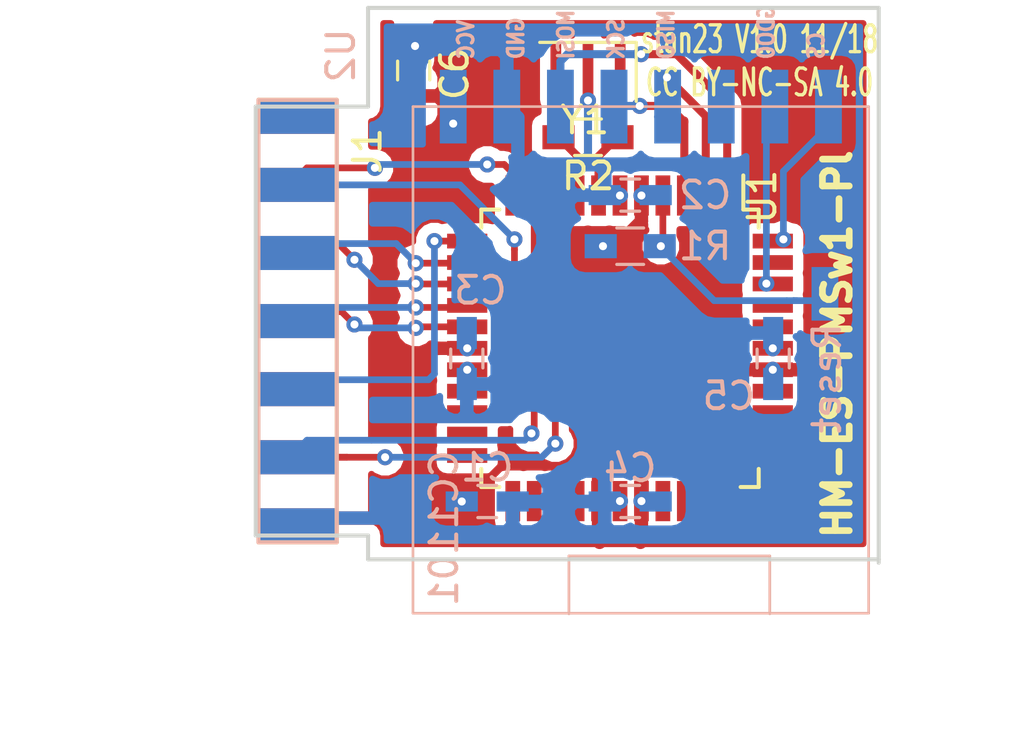
<source format=kicad_pcb>
(kicad_pcb (version 4) (host pcbnew 4.0.7)

  (general
    (links 45)
    (no_connects 0)
    (area 86.511081 90.39468 128.75408 119.921081)
    (thickness 1.6)
    (drawings 17)
    (tracks 208)
    (zones 0)
    (modules 13)
    (nets 42)
  )

  (page A4)
  (layers
    (0 F.Cu signal)
    (31 B.Cu signal)
    (32 B.Adhes user hide)
    (33 F.Adhes user hide)
    (34 B.Paste user hide)
    (35 F.Paste user hide)
    (36 B.SilkS user)
    (37 F.SilkS user)
    (38 B.Mask user)
    (39 F.Mask user)
    (40 Dwgs.User user)
    (41 Cmts.User user hide)
    (42 Eco1.User user hide)
    (43 Eco2.User user hide)
    (44 Edge.Cuts user)
    (45 Margin user hide)
    (46 B.CrtYd user hide)
    (47 F.CrtYd user hide)
    (48 B.Fab user hide)
    (49 F.Fab user hide)
  )

  (setup
    (last_trace_width 0.25)
    (user_trace_width 0.3)
    (user_trace_width 0.5)
    (trace_clearance 0.2)
    (zone_clearance 0.381)
    (zone_45_only no)
    (trace_min 0.25)
    (segment_width 0.2)
    (edge_width 0.15)
    (via_size 0.6)
    (via_drill 0.3)
    (via_min_size 0.4)
    (via_min_drill 0.3)
    (uvia_size 0.3)
    (uvia_drill 0.1)
    (uvias_allowed no)
    (uvia_min_size 0.2)
    (uvia_min_drill 0.1)
    (pcb_text_width 0.3)
    (pcb_text_size 1.5 1.5)
    (mod_edge_width 0.15)
    (mod_text_size 1 1)
    (mod_text_width 0.15)
    (pad_size 1 2)
    (pad_drill 0)
    (pad_to_mask_clearance 0.2)
    (aux_axis_origin 119.495 111.465)
    (grid_origin 0.00008 0.00008)
    (visible_elements 7FFEFF7F)
    (pcbplotparams
      (layerselection 0x010f0_80000001)
      (usegerberextensions true)
      (excludeedgelayer true)
      (linewidth 0.100000)
      (plotframeref false)
      (viasonmask false)
      (mode 1)
      (useauxorigin false)
      (hpglpennumber 1)
      (hpglpenspeed 20)
      (hpglpendiameter 15)
      (hpglpenoverlay 2)
      (psnegative false)
      (psa4output false)
      (plotreference true)
      (plotvalue false)
      (plotinvisibletext false)
      (padsonsilk false)
      (subtractmaskfromsilk false)
      (outputformat 1)
      (mirror false)
      (drillshape 0)
      (scaleselection 1)
      (outputdirectory Gerber11/))
  )

  (net 0 "")
  (net 1 GND)
  (net 2 VCC)
  (net 3 /MOSI)
  (net 4 /MISO)
  (net 5 /SCK)
  (net 6 /RESET)
  (net 7 /TX)
  (net 8 /RX)
  (net 9 /CS)
  (net 10 "Net-(J1-Pad10)")
  (net 11 "Net-(U1-Pad19)")
  (net 12 "Net-(U1-Pad21)")
  (net 13 "Net-(U1-Pad22)")
  (net 14 "Net-(U1-Pad23)")
  (net 15 "Net-(U1-Pad24)")
  (net 16 "Net-(U1-Pad25)")
  (net 17 "Net-(U1-Pad26)")
  (net 18 "Net-(U1-Pad30)")
  (net 19 "Net-(U1-Pad31)")
  (net 20 "Net-(U1-Pad32)")
  (net 21 "Net-(U1-Pad33)")
  (net 22 "Net-(U1-Pad34)")
  (net 23 "Net-(U1-Pad35)")
  (net 24 "Net-(U1-Pad36)")
  (net 25 "Net-(U1-Pad37)")
  (net 26 "Net-(U1-Pad43)")
  (net 27 "Net-(U2-Pad6)")
  (net 28 /SEL)
  (net 29 /CF1)
  (net 30 /RELAY)
  (net 31 /BUTTON)
  (net 32 /LED_blue)
  (net 33 /LED_red)
  (net 34 /CF)
  (net 35 /GDO0)
  (net 36 "Net-(U1-Pad40)")
  (net 37 "Net-(U1-Pad41)")
  (net 38 "Net-(J1-Pad1)")
  (net 39 "Net-(J1-Pad2)")
  (net 40 "Net-(R2-Pad1)")
  (net 41 "Net-(R2-Pad2)")

  (net_class Default "Dies ist die voreingestellte Netzklasse."
    (clearance 0.2)
    (trace_width 0.25)
    (via_dia 0.6)
    (via_drill 0.3)
    (uvia_dia 0.3)
    (uvia_drill 0.1)
    (add_net "Net-(J1-Pad1)")
    (add_net "Net-(J1-Pad2)")
    (add_net "Net-(R2-Pad1)")
    (add_net "Net-(R2-Pad2)")
    (add_net "Net-(U1-Pad40)")
    (add_net "Net-(U1-Pad41)")
  )

  (net_class AllPCB ""
    (clearance 0.1524)
    (trace_width 0.25)
    (via_dia 0.6)
    (via_drill 0.3)
    (uvia_dia 0.3)
    (uvia_drill 0.1)
    (add_net /BUTTON)
    (add_net /CF)
    (add_net /CF1)
    (add_net /CS)
    (add_net /GDO0)
    (add_net /LED_blue)
    (add_net /LED_red)
    (add_net /MISO)
    (add_net /MOSI)
    (add_net /RELAY)
    (add_net /RESET)
    (add_net /RX)
    (add_net /SCK)
    (add_net /SEL)
    (add_net /TX)
    (add_net GND)
    (add_net "Net-(J1-Pad10)")
    (add_net "Net-(U1-Pad19)")
    (add_net "Net-(U1-Pad21)")
    (add_net "Net-(U1-Pad22)")
    (add_net "Net-(U1-Pad23)")
    (add_net "Net-(U1-Pad24)")
    (add_net "Net-(U1-Pad25)")
    (add_net "Net-(U1-Pad26)")
    (add_net "Net-(U1-Pad30)")
    (add_net "Net-(U1-Pad31)")
    (add_net "Net-(U1-Pad32)")
    (add_net "Net-(U1-Pad33)")
    (add_net "Net-(U1-Pad34)")
    (add_net "Net-(U1-Pad35)")
    (add_net "Net-(U1-Pad36)")
    (add_net "Net-(U1-Pad37)")
    (add_net "Net-(U1-Pad43)")
    (add_net "Net-(U2-Pad6)")
    (add_net VCC)
  )

  (module Capacitors_SMD:C_0603_HandSoldering (layer B.Cu) (tedit 5BCA3A17) (tstamp 5AD6F500)
    (at 104.90208 109.34708)
    (descr "Capacitor SMD 0603, hand soldering")
    (tags "capacitor 0603")
    (path /5B6E837A)
    (attr smd)
    (fp_text reference C1 (at 0 -1.27) (layer B.SilkS)
      (effects (font (size 1 1) (thickness 0.15)) (justify mirror))
    )
    (fp_text value 10u (at 0 -1.5) (layer B.Fab) hide
      (effects (font (size 1 1) (thickness 0.15)) (justify mirror))
    )
    (fp_text user %R (at 0 1.25) (layer B.Fab)
      (effects (font (size 1 1) (thickness 0.15)) (justify mirror))
    )
    (fp_line (start -0.8 -0.4) (end -0.8 0.4) (layer B.Fab) (width 0.1))
    (fp_line (start 0.8 -0.4) (end -0.8 -0.4) (layer B.Fab) (width 0.1))
    (fp_line (start 0.8 0.4) (end 0.8 -0.4) (layer B.Fab) (width 0.1))
    (fp_line (start -0.8 0.4) (end 0.8 0.4) (layer B.Fab) (width 0.1))
    (fp_line (start -0.35 0.6) (end 0.35 0.6) (layer B.SilkS) (width 0.12))
    (fp_line (start 0.35 -0.6) (end -0.35 -0.6) (layer B.SilkS) (width 0.12))
    (fp_line (start -1.8 0.65) (end 1.8 0.65) (layer B.CrtYd) (width 0.05))
    (fp_line (start -1.8 0.65) (end -1.8 -0.65) (layer B.CrtYd) (width 0.05))
    (fp_line (start 1.8 -0.65) (end 1.8 0.65) (layer B.CrtYd) (width 0.05))
    (fp_line (start 1.8 -0.65) (end -1.8 -0.65) (layer B.CrtYd) (width 0.05))
    (pad 1 smd rect (at -0.95 0) (size 1.2 0.75) (layers B.Cu B.Paste B.Mask)
      (net 2 VCC))
    (pad 2 smd rect (at 0.95 0) (size 1.2 0.75) (layers B.Cu B.Paste B.Mask)
      (net 1 GND))
    (model Capacitors_SMD.3dshapes/C_0603.wrl
      (at (xyz 0 0 0))
      (scale (xyz 1 1 1))
      (rotate (xyz 0 0 0))
    )
  )

  (module Capacitors_SMD:C_0603_HandSoldering (layer B.Cu) (tedit 5BCA38E5) (tstamp 5AD6F511)
    (at 110.23608 97.91708 180)
    (descr "Capacitor SMD 0603, hand soldering")
    (tags "capacitor 0603")
    (path /5AD32FF2)
    (attr smd)
    (fp_text reference C2 (at -2.794 0 180) (layer B.SilkS)
      (effects (font (size 1 1) (thickness 0.15)) (justify mirror))
    )
    (fp_text value 100n (at 0 -1.5 180) (layer B.Fab) hide
      (effects (font (size 1 1) (thickness 0.15)) (justify mirror))
    )
    (fp_text user %R (at 0 1.249999 180) (layer B.Fab)
      (effects (font (size 1 1) (thickness 0.15)) (justify mirror))
    )
    (fp_line (start -0.8 -0.4) (end -0.8 0.4) (layer B.Fab) (width 0.1))
    (fp_line (start 0.8 -0.4) (end -0.8 -0.4) (layer B.Fab) (width 0.1))
    (fp_line (start 0.8 0.4) (end 0.8 -0.4) (layer B.Fab) (width 0.1))
    (fp_line (start -0.8 0.4) (end 0.8 0.4) (layer B.Fab) (width 0.1))
    (fp_line (start -0.35 0.6) (end 0.35 0.6) (layer B.SilkS) (width 0.12))
    (fp_line (start 0.35 -0.6) (end -0.35 -0.6) (layer B.SilkS) (width 0.12))
    (fp_line (start -1.8 0.65) (end 1.8 0.65) (layer B.CrtYd) (width 0.05))
    (fp_line (start -1.8 0.65) (end -1.8 -0.65) (layer B.CrtYd) (width 0.05))
    (fp_line (start 1.8 -0.65) (end 1.8 0.65) (layer B.CrtYd) (width 0.05))
    (fp_line (start 1.8 -0.65) (end -1.8 -0.65) (layer B.CrtYd) (width 0.05))
    (pad 1 smd rect (at -0.95 0 180) (size 1.2 0.75) (layers B.Cu B.Paste B.Mask)
      (net 2 VCC))
    (pad 2 smd rect (at 0.95 0 180) (size 1.2 0.75) (layers B.Cu B.Paste B.Mask)
      (net 1 GND))
    (model Capacitors_SMD.3dshapes/C_0603.wrl
      (at (xyz 0 0 0))
      (scale (xyz 1 1 1))
      (rotate (xyz 0 0 0))
    )
  )

  (module Capacitors_SMD:C_0603_HandSoldering (layer B.Cu) (tedit 5BCA38F1) (tstamp 5AD6F522)
    (at 104.14008 104.01308 270)
    (descr "Capacitor SMD 0603, hand soldering")
    (tags "capacitor 0603")
    (path /5AD32EA5)
    (attr smd)
    (fp_text reference C3 (at -2.54 -0.508 360) (layer B.SilkS)
      (effects (font (size 1 1) (thickness 0.15)) (justify mirror))
    )
    (fp_text value 100n (at 0 -1.5 270) (layer B.Fab) hide
      (effects (font (size 1 1) (thickness 0.15)) (justify mirror))
    )
    (fp_text user %R (at 0 1.249999 270) (layer B.Fab)
      (effects (font (size 1 1) (thickness 0.15)) (justify mirror))
    )
    (fp_line (start -0.8 -0.4) (end -0.8 0.4) (layer B.Fab) (width 0.1))
    (fp_line (start 0.8 -0.4) (end -0.8 -0.4) (layer B.Fab) (width 0.1))
    (fp_line (start 0.8 0.4) (end 0.8 -0.4) (layer B.Fab) (width 0.1))
    (fp_line (start -0.8 0.4) (end 0.8 0.4) (layer B.Fab) (width 0.1))
    (fp_line (start -0.35 0.6) (end 0.35 0.6) (layer B.SilkS) (width 0.12))
    (fp_line (start 0.35 -0.6) (end -0.35 -0.6) (layer B.SilkS) (width 0.12))
    (fp_line (start -1.8 0.65) (end 1.8 0.65) (layer B.CrtYd) (width 0.05))
    (fp_line (start -1.8 0.65) (end -1.8 -0.65) (layer B.CrtYd) (width 0.05))
    (fp_line (start 1.8 -0.65) (end 1.8 0.65) (layer B.CrtYd) (width 0.05))
    (fp_line (start 1.8 -0.65) (end -1.8 -0.65) (layer B.CrtYd) (width 0.05))
    (pad 1 smd rect (at -0.95 0 270) (size 1.2 0.75) (layers B.Cu B.Paste B.Mask)
      (net 2 VCC))
    (pad 2 smd rect (at 0.95 0 270) (size 1.2 0.75) (layers B.Cu B.Paste B.Mask)
      (net 1 GND))
    (model Capacitors_SMD.3dshapes/C_0603.wrl
      (at (xyz 0 0 0))
      (scale (xyz 1 1 1))
      (rotate (xyz 0 0 0))
    )
  )

  (module Resistors_SMD:R_0603_HandSoldering (layer B.Cu) (tedit 5BCA38E2) (tstamp 5B3147BD)
    (at 110.23608 99.82208)
    (descr "Resistor SMD 0603, hand soldering")
    (tags "resistor 0603")
    (path /5AD3185F)
    (attr smd)
    (fp_text reference R1 (at 2.794 0) (layer B.SilkS)
      (effects (font (size 1 1) (thickness 0.15)) (justify mirror))
    )
    (fp_text value 10k (at 0 -1.55) (layer B.Fab)
      (effects (font (size 1 1) (thickness 0.15)) (justify mirror))
    )
    (fp_text user %R (at 0 0) (layer B.Fab)
      (effects (font (size 0.4 0.4) (thickness 0.075)) (justify mirror))
    )
    (fp_line (start -0.8 -0.4) (end -0.8 0.4) (layer B.Fab) (width 0.1))
    (fp_line (start 0.8 -0.4) (end -0.8 -0.4) (layer B.Fab) (width 0.1))
    (fp_line (start 0.8 0.4) (end 0.8 -0.4) (layer B.Fab) (width 0.1))
    (fp_line (start -0.8 0.4) (end 0.8 0.4) (layer B.Fab) (width 0.1))
    (fp_line (start 0.5 -0.68) (end -0.5 -0.68) (layer B.SilkS) (width 0.12))
    (fp_line (start -0.5 0.68) (end 0.5 0.68) (layer B.SilkS) (width 0.12))
    (fp_line (start -1.96 0.7) (end 1.95 0.7) (layer B.CrtYd) (width 0.05))
    (fp_line (start -1.96 0.7) (end -1.96 -0.7) (layer B.CrtYd) (width 0.05))
    (fp_line (start 1.95 -0.7) (end 1.95 0.7) (layer B.CrtYd) (width 0.05))
    (fp_line (start 1.95 -0.7) (end -1.96 -0.7) (layer B.CrtYd) (width 0.05))
    (pad 1 smd rect (at -1.1 0) (size 1.2 0.9) (layers B.Cu B.Paste B.Mask)
      (net 2 VCC))
    (pad 2 smd rect (at 1.1 0) (size 1.2 0.9) (layers B.Cu B.Paste B.Mask)
      (net 6 /RESET))
    (model ${KISYS3DMOD}/Resistors_SMD.3dshapes/R_0603.wrl
      (at (xyz 0 0 0))
      (scale (xyz 1 1 1))
      (rotate (xyz 0 0 0))
    )
  )

  (module Capacitors_SMD:C_0603_HandSoldering (layer F.Cu) (tedit 5BCA38A4) (tstamp 5B6E843B)
    (at 102.15888 93.26888 90)
    (descr "Capacitor SMD 0603, hand soldering")
    (tags "capacitor 0603")
    (path /5AD31EC8)
    (attr smd)
    (fp_text reference C6 (at -0.127 1.524 270) (layer F.SilkS)
      (effects (font (size 1 1) (thickness 0.15)))
    )
    (fp_text value 100n (at 0 1.5 90) (layer F.Fab)
      (effects (font (size 1 1) (thickness 0.15)))
    )
    (fp_text user %R (at 0 -1.25 90) (layer F.Fab)
      (effects (font (size 1 1) (thickness 0.15)))
    )
    (fp_line (start -0.8 0.4) (end -0.8 -0.4) (layer F.Fab) (width 0.1))
    (fp_line (start 0.8 0.4) (end -0.8 0.4) (layer F.Fab) (width 0.1))
    (fp_line (start 0.8 -0.4) (end 0.8 0.4) (layer F.Fab) (width 0.1))
    (fp_line (start -0.8 -0.4) (end 0.8 -0.4) (layer F.Fab) (width 0.1))
    (fp_line (start -0.35 -0.6) (end 0.35 -0.6) (layer F.SilkS) (width 0.12))
    (fp_line (start 0.35 0.6) (end -0.35 0.6) (layer F.SilkS) (width 0.12))
    (fp_line (start -1.8 -0.65) (end 1.8 -0.65) (layer F.CrtYd) (width 0.05))
    (fp_line (start -1.8 -0.65) (end -1.8 0.65) (layer F.CrtYd) (width 0.05))
    (fp_line (start 1.8 0.65) (end 1.8 -0.65) (layer F.CrtYd) (width 0.05))
    (fp_line (start 1.8 0.65) (end -1.8 0.65) (layer F.CrtYd) (width 0.05))
    (pad 1 smd rect (at -0.95 0 90) (size 1.2 0.75) (layers F.Cu F.Paste F.Mask)
      (net 2 VCC))
    (pad 2 smd rect (at 0.95 0 90) (size 1.2 0.75) (layers F.Cu F.Paste F.Mask)
      (net 1 GND))
    (model Capacitors_SMD.3dshapes/C_0603.wrl
      (at (xyz 0 0 0))
      (scale (xyz 1 1 1))
      (rotate (xyz 0 0 0))
    )
  )

  (module Capacitors_SMD:C_0603_HandSoldering (layer B.Cu) (tedit 58AA848B) (tstamp 5BBF4245)
    (at 110.23608 109.34708 180)
    (descr "Capacitor SMD 0603, hand soldering")
    (tags "capacitor 0603")
    (path /5BBE6529)
    (attr smd)
    (fp_text reference C4 (at 0 1.25 180) (layer B.SilkS)
      (effects (font (size 1 1) (thickness 0.15)) (justify mirror))
    )
    (fp_text value 100n (at 0 -1.5 180) (layer B.Fab)
      (effects (font (size 1 1) (thickness 0.15)) (justify mirror))
    )
    (fp_text user %R (at 0 1.25 180) (layer B.Fab)
      (effects (font (size 1 1) (thickness 0.15)) (justify mirror))
    )
    (fp_line (start -0.8 -0.4) (end -0.8 0.4) (layer B.Fab) (width 0.1))
    (fp_line (start 0.8 -0.4) (end -0.8 -0.4) (layer B.Fab) (width 0.1))
    (fp_line (start 0.8 0.4) (end 0.8 -0.4) (layer B.Fab) (width 0.1))
    (fp_line (start -0.8 0.4) (end 0.8 0.4) (layer B.Fab) (width 0.1))
    (fp_line (start -0.35 0.6) (end 0.35 0.6) (layer B.SilkS) (width 0.12))
    (fp_line (start 0.35 -0.6) (end -0.35 -0.6) (layer B.SilkS) (width 0.12))
    (fp_line (start -1.8 0.65) (end 1.8 0.65) (layer B.CrtYd) (width 0.05))
    (fp_line (start -1.8 0.65) (end -1.8 -0.65) (layer B.CrtYd) (width 0.05))
    (fp_line (start 1.8 -0.65) (end 1.8 0.65) (layer B.CrtYd) (width 0.05))
    (fp_line (start 1.8 -0.65) (end -1.8 -0.65) (layer B.CrtYd) (width 0.05))
    (pad 1 smd rect (at -0.95 0 180) (size 1.2 0.75) (layers B.Cu B.Paste B.Mask)
      (net 2 VCC))
    (pad 2 smd rect (at 0.95 0 180) (size 1.2 0.75) (layers B.Cu B.Paste B.Mask)
      (net 1 GND))
    (model Capacitors_SMD.3dshapes/C_0603.wrl
      (at (xyz 0 0 0))
      (scale (xyz 1 1 1))
      (rotate (xyz 0 0 0))
    )
  )

  (module Capacitors_SMD:C_0603_HandSoldering (layer B.Cu) (tedit 5BCA38DD) (tstamp 5BBF424B)
    (at 115.57008 104.01308 90)
    (descr "Capacitor SMD 0603, hand soldering")
    (tags "capacitor 0603")
    (path /5BBE657A)
    (attr smd)
    (fp_text reference C5 (at -1.397 -1.651 180) (layer B.SilkS)
      (effects (font (size 1 1) (thickness 0.15)) (justify mirror))
    )
    (fp_text value 100n (at 0 -1.5 90) (layer B.Fab)
      (effects (font (size 1 1) (thickness 0.15)) (justify mirror))
    )
    (fp_text user %R (at 0 1.249999 90) (layer B.Fab)
      (effects (font (size 1 1) (thickness 0.15)) (justify mirror))
    )
    (fp_line (start -0.8 -0.4) (end -0.8 0.4) (layer B.Fab) (width 0.1))
    (fp_line (start 0.8 -0.4) (end -0.8 -0.4) (layer B.Fab) (width 0.1))
    (fp_line (start 0.8 0.4) (end 0.8 -0.4) (layer B.Fab) (width 0.1))
    (fp_line (start -0.8 0.4) (end 0.8 0.4) (layer B.Fab) (width 0.1))
    (fp_line (start -0.35 0.6) (end 0.35 0.6) (layer B.SilkS) (width 0.12))
    (fp_line (start 0.35 -0.6) (end -0.35 -0.6) (layer B.SilkS) (width 0.12))
    (fp_line (start -1.8 0.65) (end 1.8 0.65) (layer B.CrtYd) (width 0.05))
    (fp_line (start -1.8 0.65) (end -1.8 -0.65) (layer B.CrtYd) (width 0.05))
    (fp_line (start 1.8 -0.65) (end 1.8 0.65) (layer B.CrtYd) (width 0.05))
    (fp_line (start 1.8 -0.65) (end -1.8 -0.65) (layer B.CrtYd) (width 0.05))
    (pad 1 smd rect (at -0.95 0 90) (size 1.2 0.75) (layers B.Cu B.Paste B.Mask)
      (net 2 VCC))
    (pad 2 smd rect (at 0.95 0 90) (size 1.2 0.75) (layers B.Cu B.Paste B.Mask)
      (net 1 GND))
    (model Capacitors_SMD.3dshapes/C_0603.wrl
      (at (xyz 0 0 0))
      (scale (xyz 1 1 1))
      (rotate (xyz 0 0 0))
    )
  )

  (module Housings_QFP:TQFP-44_10x10mm_Pitch0.8mm (layer F.Cu) (tedit 5BBF5587) (tstamp 5BBF425E)
    (at 109.85508 103.63208 270)
    (descr "44-Lead Plastic Thin Quad Flatpack (PT) - 10x10x1.0 mm Body [TQFP] (see Microchip Packaging Specification 00000049BS.pdf)")
    (tags "QFP 0.8")
    (path /5BBE1ACE)
    (attr smd)
    (fp_text reference U1 (at -5.656854 -5.303301 270) (layer F.SilkS)
      (effects (font (size 1 1) (thickness 0.15)))
    )
    (fp_text value ATMEGA644PA-AU (at 0 7.45 270) (layer F.Fab)
      (effects (font (size 1 1) (thickness 0.15)))
    )
    (fp_text user %R (at 0 0 270) (layer F.Fab)
      (effects (font (size 1 1) (thickness 0.15)))
    )
    (fp_line (start -4 -5) (end 5 -5) (layer F.Fab) (width 0.15))
    (fp_line (start 5 -5) (end 5 5) (layer F.Fab) (width 0.15))
    (fp_line (start 5 5) (end -5 5) (layer F.Fab) (width 0.15))
    (fp_line (start -5 5) (end -5 -4) (layer F.Fab) (width 0.15))
    (fp_line (start -5 -4) (end -4 -5) (layer F.Fab) (width 0.15))
    (fp_line (start -6.7 -6.7) (end -6.7 6.7) (layer F.CrtYd) (width 0.05))
    (fp_line (start 6.7 -6.7) (end 6.7 6.7) (layer F.CrtYd) (width 0.05))
    (fp_line (start -6.7 -6.7) (end 6.7 -6.7) (layer F.CrtYd) (width 0.05))
    (fp_line (start -6.7 6.7) (end 6.7 6.7) (layer F.CrtYd) (width 0.05))
    (fp_line (start -5.175 -5.175) (end -5.175 -4.6) (layer F.SilkS) (width 0.15))
    (fp_line (start 5.175 -5.175) (end 5.175 -4.5) (layer F.SilkS) (width 0.15))
    (fp_line (start 5.175 5.175) (end 5.175 4.5) (layer F.SilkS) (width 0.15))
    (fp_line (start -5.175 5.175) (end -5.175 4.5) (layer F.SilkS) (width 0.15))
    (fp_line (start -5.175 -5.175) (end -4.5 -5.175) (layer F.SilkS) (width 0.15))
    (fp_line (start -5.175 5.175) (end -4.5 5.175) (layer F.SilkS) (width 0.15))
    (fp_line (start 5.175 5.175) (end 4.5 5.175) (layer F.SilkS) (width 0.15))
    (fp_line (start 5.175 -5.175) (end 4.5 -5.175) (layer F.SilkS) (width 0.15))
    (fp_line (start -5.175 -4.6) (end -6.45 -4.6) (layer F.SilkS) (width 0.15))
    (pad 1 smd rect (at -5.7 -4 270) (size 1.5 0.55) (layers F.Cu F.Paste F.Mask)
      (net 3 /MOSI))
    (pad 2 smd rect (at -5.7 -3.2 270) (size 1.5 0.55) (layers F.Cu F.Paste F.Mask)
      (net 4 /MISO))
    (pad 3 smd rect (at -5.7 -2.4 270) (size 1.5 0.55) (layers F.Cu F.Paste F.Mask)
      (net 5 /SCK))
    (pad 4 smd rect (at -5.7 -1.6 270) (size 1.5 0.55) (layers F.Cu F.Paste F.Mask)
      (net 6 /RESET))
    (pad 5 smd rect (at -5.7 -0.8 270) (size 1.5 0.55) (layers F.Cu F.Paste F.Mask)
      (net 2 VCC))
    (pad 6 smd rect (at -5.7 0 270) (size 1.5 0.55) (layers F.Cu F.Paste F.Mask)
      (net 1 GND))
    (pad 7 smd rect (at -5.7 0.8 270) (size 1.5 0.55) (layers F.Cu F.Paste F.Mask)
      (net 40 "Net-(R2-Pad1)"))
    (pad 8 smd rect (at -5.7 1.6 270) (size 1.5 0.55) (layers F.Cu F.Paste F.Mask)
      (net 41 "Net-(R2-Pad2)"))
    (pad 9 smd rect (at -5.7 2.4 270) (size 1.5 0.55) (layers F.Cu F.Paste F.Mask)
      (net 8 /RX))
    (pad 10 smd rect (at -5.7 3.2 270) (size 1.5 0.55) (layers F.Cu F.Paste F.Mask)
      (net 7 /TX))
    (pad 11 smd rect (at -5.7 4 270) (size 1.5 0.55) (layers F.Cu F.Paste F.Mask)
      (net 29 /CF1))
    (pad 12 smd rect (at -4 5.7) (size 1.5 0.55) (layers F.Cu F.Paste F.Mask)
      (net 34 /CF))
    (pad 13 smd rect (at -3.2 5.7) (size 1.5 0.55) (layers F.Cu F.Paste F.Mask)
      (net 30 /RELAY))
    (pad 14 smd rect (at -2.4 5.7) (size 1.5 0.55) (layers F.Cu F.Paste F.Mask)
      (net 31 /BUTTON))
    (pad 15 smd rect (at -1.6 5.7) (size 1.5 0.55) (layers F.Cu F.Paste F.Mask)
      (net 32 /LED_blue))
    (pad 16 smd rect (at -0.8 5.7) (size 1.5 0.55) (layers F.Cu F.Paste F.Mask)
      (net 33 /LED_red))
    (pad 17 smd rect (at 0 5.7) (size 1.5 0.55) (layers F.Cu F.Paste F.Mask)
      (net 2 VCC))
    (pad 18 smd rect (at 0.8 5.7) (size 1.5 0.55) (layers F.Cu F.Paste F.Mask)
      (net 1 GND))
    (pad 19 smd rect (at 1.6 5.7) (size 1.5 0.55) (layers F.Cu F.Paste F.Mask)
      (net 11 "Net-(U1-Pad19)"))
    (pad 20 smd rect (at 2.4 5.7) (size 1.5 0.55) (layers F.Cu F.Paste F.Mask)
      (net 28 /SEL))
    (pad 21 smd rect (at 3.2 5.7) (size 1.5 0.55) (layers F.Cu F.Paste F.Mask)
      (net 12 "Net-(U1-Pad21)"))
    (pad 22 smd rect (at 4 5.7) (size 1.5 0.55) (layers F.Cu F.Paste F.Mask)
      (net 13 "Net-(U1-Pad22)"))
    (pad 23 smd rect (at 5.7 4 270) (size 1.5 0.55) (layers F.Cu F.Paste F.Mask)
      (net 14 "Net-(U1-Pad23)"))
    (pad 24 smd rect (at 5.7 3.2 270) (size 1.5 0.55) (layers F.Cu F.Paste F.Mask)
      (net 15 "Net-(U1-Pad24)"))
    (pad 25 smd rect (at 5.7 2.4 270) (size 1.5 0.55) (layers F.Cu F.Paste F.Mask)
      (net 16 "Net-(U1-Pad25)"))
    (pad 26 smd rect (at 5.7 1.6 270) (size 1.5 0.55) (layers F.Cu F.Paste F.Mask)
      (net 17 "Net-(U1-Pad26)"))
    (pad 27 smd rect (at 5.7 0.8 270) (size 1.5 0.55) (layers F.Cu F.Paste F.Mask)
      (net 2 VCC))
    (pad 28 smd rect (at 5.7 0 270) (size 1.5 0.55) (layers F.Cu F.Paste F.Mask)
      (net 1 GND))
    (pad 29 smd rect (at 5.7 -0.8 270) (size 1.5 0.55) (layers F.Cu F.Paste F.Mask)
      (net 2 VCC))
    (pad 30 smd rect (at 5.7 -1.6 270) (size 1.5 0.55) (layers F.Cu F.Paste F.Mask)
      (net 18 "Net-(U1-Pad30)"))
    (pad 31 smd rect (at 5.7 -2.4 270) (size 1.5 0.55) (layers F.Cu F.Paste F.Mask)
      (net 19 "Net-(U1-Pad31)"))
    (pad 32 smd rect (at 5.7 -3.2 270) (size 1.5 0.55) (layers F.Cu F.Paste F.Mask)
      (net 20 "Net-(U1-Pad32)"))
    (pad 33 smd rect (at 5.7 -4 270) (size 1.5 0.55) (layers F.Cu F.Paste F.Mask)
      (net 21 "Net-(U1-Pad33)"))
    (pad 34 smd rect (at 4 -5.7) (size 1.5 0.55) (layers F.Cu F.Paste F.Mask)
      (net 22 "Net-(U1-Pad34)"))
    (pad 35 smd rect (at 3.2 -5.7) (size 1.5 0.55) (layers F.Cu F.Paste F.Mask)
      (net 23 "Net-(U1-Pad35)"))
    (pad 36 smd rect (at 2.4 -5.7) (size 1.5 0.55) (layers F.Cu F.Paste F.Mask)
      (net 24 "Net-(U1-Pad36)"))
    (pad 37 smd rect (at 1.6 -5.7) (size 1.5 0.55) (layers F.Cu F.Paste F.Mask)
      (net 25 "Net-(U1-Pad37)"))
    (pad 38 smd rect (at 0.8 -5.7) (size 1.5 0.55) (layers F.Cu F.Paste F.Mask)
      (net 2 VCC))
    (pad 39 smd rect (at 0 -5.7) (size 1.5 0.55) (layers F.Cu F.Paste F.Mask)
      (net 1 GND))
    (pad 40 smd rect (at -0.8 -5.7) (size 1.5 0.55) (layers F.Cu F.Paste F.Mask)
      (net 36 "Net-(U1-Pad40)"))
    (pad 41 smd rect (at -1.6 -5.7) (size 1.5 0.55) (layers F.Cu F.Paste F.Mask)
      (net 37 "Net-(U1-Pad41)"))
    (pad 42 smd rect (at -2.4 -5.7) (size 1.5 0.55) (layers F.Cu F.Paste F.Mask)
      (net 35 /GDO0))
    (pad 43 smd rect (at -3.2 -5.7) (size 1.5 0.55) (layers F.Cu F.Paste F.Mask)
      (net 26 "Net-(U1-Pad43)"))
    (pad 44 smd rect (at -4 -5.7) (size 1.5 0.55) (layers F.Cu F.Paste F.Mask)
      (net 9 /CS))
    (model ${KISYS3DMOD}/Housings_QFP.3dshapes/TQFP-44_10x10mm_Pitch0.8mm.wrl
      (at (xyz 0 0 0))
      (scale (xyz 1 1 1))
      (rotate (xyz 0 0 0))
    )
  )

  (module CC1101_Module:CC1101_SMD (layer B.Cu) (tedit 5BCA38C4) (tstamp 5BCA0F89)
    (at 103.63208 94.61508 270)
    (descr "surface-mounted straight socket strip, 2x08, 2.00mm pitch, double rows")
    (tags "Surface mounted socket strip SMD 2x08 2.00mm double row")
    (path /5AD31B90)
    (attr smd)
    (fp_text reference U2 (at -1.905 4.191 270) (layer B.SilkS)
      (effects (font (size 1 1) (thickness 0.15)) (justify mirror))
    )
    (fp_text value CC1101 (at 15.725 0.342 270) (layer B.SilkS)
      (effects (font (size 1 1) (thickness 0.15)) (justify mirror))
    )
    (fp_line (start 18.923 -4.318) (end 16.764 -4.318) (layer B.SilkS) (width 0.1016))
    (fp_line (start 16.764 -4.318) (end 16.764 -11.811) (layer B.SilkS) (width 0.1016))
    (fp_line (start 16.764 -11.811) (end 18.923 -11.811) (layer B.SilkS) (width 0.1016))
    (fp_line (start 0 1.5) (end 0 -15.5) (layer B.SilkS) (width 0.09906))
    (fp_line (start 0 -15.5) (end 18.9 -15.5) (layer B.SilkS) (width 0.09906))
    (fp_line (start 18.9 -15.5) (end 18.9 1.5) (layer B.SilkS) (width 0.09906))
    (fp_line (start 0 1.5) (end 18.9 1.5) (layer B.SilkS) (width 0.09906))
    (fp_text user %R (at 0.9 2.4 270) (layer B.Fab)
      (effects (font (size 1 1) (thickness 0.15)) (justify mirror))
    )
    (pad 1 smd rect (at 0 0 270) (size 2.75 1) (layers B.Cu B.Paste B.Mask)
      (net 2 VCC))
    (pad 2 smd rect (at 0 -2 270) (size 2.75 1) (layers B.Cu B.Paste B.Mask)
      (net 1 GND))
    (pad 3 smd rect (at 0 -4 270) (size 2.75 1) (layers B.Cu B.Paste B.Mask)
      (net 3 /MOSI))
    (pad 4 smd rect (at 0 -6 270) (size 2.75 1) (layers B.Cu B.Paste B.Mask)
      (net 5 /SCK))
    (pad 5 smd rect (at 0 -8 270) (size 2.75 1) (layers B.Cu B.Paste B.Mask)
      (net 4 /MISO))
    (pad 6 smd rect (at 0 -10 270) (size 2.75 1) (layers B.Cu B.Paste B.Mask)
      (net 27 "Net-(U2-Pad6)"))
    (pad 7 smd rect (at 0 -12 270) (size 2.75 1) (layers B.Cu B.Paste B.Mask)
      (net 35 /GDO0))
    (pad 8 smd rect (at 0 -14 270) (size 2.75 1) (layers B.Cu B.Paste B.Mask)
      (net 9 /CS))
    (model ${KISYS3DMOD}/Socket_Strips.3dshapes/Socket_Strip_Straight_2x08_Pitch2.00mm_SMD.wrl
      (at (xyz 0 0 0))
      (scale (xyz 1 1 1))
      (rotate (xyz 0 0 0))
    )
  )

  (module BW-SHP2:BW-SHP2-Con (layer F.Cu) (tedit 5BCD5FF2) (tstamp 5BCD67B2)
    (at 97.89168 102.61608 90)
    (path /5B8AAF58)
    (fp_text reference J1 (at 6.35 2.54 90) (layer F.SilkS)
      (effects (font (size 1 1) (thickness 0.15)))
    )
    (fp_text value Conn_BW-SHP2 (at -2.54 2.54 90) (layer F.Fab)
      (effects (font (size 1 1) (thickness 0.15)))
    )
    (fp_line (start 8.255 1.397) (end 8.255 -1.524) (layer B.SilkS) (width 0.15))
    (fp_line (start 8.255 -1.524) (end -8.255 -1.524) (layer B.SilkS) (width 0.15))
    (fp_line (start -8.255 -1.524) (end -8.255 1.397) (layer B.SilkS) (width 0.15))
    (fp_line (start -8.255 -1.524) (end 8.255 -1.524) (layer F.SilkS) (width 0.15))
    (fp_line (start 8.255 -1.524) (end 8.255 1.397) (layer F.SilkS) (width 0.15))
    (fp_line (start 8.255 1.397) (end -8.255 1.397) (layer B.SilkS) (width 0.15))
    (fp_line (start 8.255 1.397) (end -8.255 1.397) (layer F.SilkS) (width 0.15))
    (fp_line (start -8.255 1.397) (end -8.255 -1.524) (layer F.SilkS) (width 0.15))
    (pad 1 smd rect (at 7.62 0) (size 2.9 1.27) (layers B.Cu B.Paste B.Mask)
      (net 38 "Net-(J1-Pad1)"))
    (pad 2 smd rect (at 7.62 0) (size 2.9 1.27) (layers F.Cu F.Paste F.Mask)
      (net 39 "Net-(J1-Pad2)"))
    (pad 3 smd rect (at 5.08 0) (size 2.9 1.27) (layers B.Cu B.Paste B.Mask)
      (net 28 /SEL))
    (pad 4 smd rect (at 5.08 0) (size 2.9 1.27) (layers F.Cu F.Paste F.Mask)
      (net 29 /CF1))
    (pad 5 smd rect (at 2.54 0) (size 2.9 1.27) (layers B.Cu B.Paste B.Mask)
      (net 30 /RELAY))
    (pad 6 smd rect (at 2.54 0) (size 2.9 1.27) (layers F.Cu F.Paste F.Mask)
      (net 31 /BUTTON))
    (pad 7 smd rect (at 0 0) (size 2.9 1.27) (layers B.Cu B.Paste B.Mask)
      (net 32 /LED_blue))
    (pad 8 smd rect (at 0 0) (size 2.9 1.27) (layers F.Cu F.Paste F.Mask)
      (net 33 /LED_red))
    (pad 9 smd rect (at -2.54 0) (size 2.9 1.27) (layers B.Cu B.Paste B.Mask)
      (net 34 /CF))
    (pad 10 smd rect (at -2.54 0) (size 2.9 1.27) (layers F.Cu F.Paste F.Mask)
      (net 10 "Net-(J1-Pad10)"))
    (pad 11 smd rect (at -5.08 0) (size 2.9 1.27) (layers B.Cu B.Paste B.Mask)
      (net 7 /TX))
    (pad 12 smd rect (at -5.08 0) (size 2.9 1.27) (layers F.Cu F.Paste F.Mask)
      (net 8 /RX))
    (pad 13 smd rect (at -7.62 0) (size 2.9 1.27) (layers B.Cu B.Paste B.Mask)
      (net 1 GND))
    (pad 14 smd rect (at -7.62 0) (size 2.9 1.27) (layers F.Cu F.Paste F.Mask)
      (net 2 VCC))
  )

  (module Resistors_SMD:R_0603_HandSoldering (layer F.Cu) (tedit 58E0A804) (tstamp 5BDF408A)
    (at 108.66128 95.75808 180)
    (descr "Resistor SMD 0603, hand soldering")
    (tags "resistor 0603")
    (path /5BDC3B63)
    (attr smd)
    (fp_text reference R2 (at 0 -1.45 180) (layer F.SilkS)
      (effects (font (size 1 1) (thickness 0.15)))
    )
    (fp_text value 1M (at 0 1.55 180) (layer F.Fab)
      (effects (font (size 1 1) (thickness 0.15)))
    )
    (fp_text user %R (at 0 0 180) (layer F.Fab)
      (effects (font (size 0.4 0.4) (thickness 0.075)))
    )
    (fp_line (start -0.8 0.4) (end -0.8 -0.4) (layer F.Fab) (width 0.1))
    (fp_line (start 0.8 0.4) (end -0.8 0.4) (layer F.Fab) (width 0.1))
    (fp_line (start 0.8 -0.4) (end 0.8 0.4) (layer F.Fab) (width 0.1))
    (fp_line (start -0.8 -0.4) (end 0.8 -0.4) (layer F.Fab) (width 0.1))
    (fp_line (start 0.5 0.68) (end -0.5 0.68) (layer F.SilkS) (width 0.12))
    (fp_line (start -0.5 -0.68) (end 0.5 -0.68) (layer F.SilkS) (width 0.12))
    (fp_line (start -1.96 -0.7) (end 1.95 -0.7) (layer F.CrtYd) (width 0.05))
    (fp_line (start -1.96 -0.7) (end -1.96 0.7) (layer F.CrtYd) (width 0.05))
    (fp_line (start 1.95 0.7) (end 1.95 -0.7) (layer F.CrtYd) (width 0.05))
    (fp_line (start 1.95 0.7) (end -1.96 0.7) (layer F.CrtYd) (width 0.05))
    (pad 1 smd rect (at -1.1 0 180) (size 1.2 0.9) (layers F.Cu F.Paste F.Mask)
      (net 40 "Net-(R2-Pad1)"))
    (pad 2 smd rect (at 1.1 0 180) (size 1.2 0.9) (layers F.Cu F.Paste F.Mask)
      (net 41 "Net-(R2-Pad2)"))
    (model ${KISYS3DMOD}/Resistors_SMD.3dshapes/R_0603.wrl
      (at (xyz 0 0 0))
      (scale (xyz 1 1 1))
      (rotate (xyz 0 0 0))
    )
  )

  (module Resonators:Resonator_SMD_muRata_TPSKA-3pin_7.9x3.8mm_HandSoldering (layer F.Cu) (tedit 5BDF3D95) (tstamp 5BDF4091)
    (at 108.66128 93.31968 180)
    (descr "SMD Resomator/Filter Murata TPSKA, http://cdn-reichelt.de/documents/datenblatt/B400/SFECV-107.pdf, hand-soldering, 7.9x3.8mm^2 package")
    (tags "SMD SMT ceramic resonator filter filter hand-soldering")
    (path /5BDC373F)
    (attr smd)
    (fp_text reference Y1 (at 0.12 -1.8 180) (layer F.SilkS)
      (effects (font (size 1 1) (thickness 0.15)))
    )
    (fp_text value Resonator (at 0.01 1.95 180) (layer F.Fab)
      (effects (font (size 1 1) (thickness 0.15)))
    )
    (fp_text user %R (at 0.71 0 180) (layer F.Fab)
      (effects (font (size 0.7 0.7) (thickness 0.15)))
    )
    (fp_line (start -1.6 -0.6) (end -1.6 0.6) (layer F.Fab) (width 0.1))
    (fp_line (start -1.6 0.6) (end 1.6 0.6) (layer F.Fab) (width 0.1))
    (fp_line (start 1.6 0.6) (end 1.6 -0.6) (layer F.Fab) (width 0.1))
    (fp_line (start 1.6 -0.6) (end -1.6 -0.6) (layer F.Fab) (width 0.1))
    (fp_line (start -1.6 0) (end -1 0.6) (layer F.Fab) (width 0.1))
    (fp_line (start -1.8 -1.1) (end -1.8 1.1) (layer F.SilkS) (width 0.12))
    (fp_line (start -1.8 1.1) (end 1.8 1.1) (layer F.SilkS) (width 0.12))
    (fp_line (start -1.9 -1.2) (end -1.9 1.2) (layer F.CrtYd) (width 0.05))
    (fp_line (start -1.9 1.2) (end 1.9 1.2) (layer F.CrtYd) (width 0.05))
    (fp_line (start 1.9 1.2) (end 1.9 -1.2) (layer F.CrtYd) (width 0.05))
    (fp_line (start 1.9 -1.2) (end -1.9 -1.2) (layer F.CrtYd) (width 0.05))
    (pad 1 smd rect (at -1.2 0 180) (size 0.4 2.1) (layers F.Cu F.Paste F.Mask)
      (net 40 "Net-(R2-Pad1)"))
    (pad 2 smd rect (at 0 0 180) (size 0.4 2.1) (layers F.Cu F.Paste F.Mask)
      (net 1 GND))
    (pad 3 smd rect (at 1.2 0 180) (size 0.4 2.1) (layers F.Cu F.Paste F.Mask)
      (net 41 "Net-(R2-Pad2)"))
    (model ${KISYS3DMOD}/Crystals.3dshapes/Resonator_SMD_muRata_TPSKA-3pin_7.9x3.8mm_HandSoldering.wrl
      (at (xyz 0 0 0))
      (scale (xyz 1 1 1))
      (rotate (xyz 0 0 0))
    )
  )

  (module Testpads:Testpad (layer B.Cu) (tedit 5BE729F5) (tstamp 5BE72A29)
    (at 117.50048 101.60008)
    (path /5B4BEEED)
    (fp_text reference Reset (at 0.0762 3.1496 90) (layer B.SilkS)
      (effects (font (size 1 1) (thickness 0.15)) (justify mirror))
    )
    (fp_text value Reset (at 0 1.65) (layer B.Fab)
      (effects (font (size 1 1) (thickness 0.15)) (justify mirror))
    )
    (pad 1 smd rect (at 0 0) (size 1 2) (layers B.Cu B.Paste B.Mask)
      (net 6 /RESET))
  )

  (gr_text "VCC\n\nGND\n\nMOSI\n\nSCK\n\nMISO\n\n\n\nGDO0\n\nCS" (at 110.64248 92.91328 90) (layer B.SilkS)
    (effects (font (size 0.58 0.5) (thickness 0.125)) (justify right mirror))
  )
  (gr_line (start 100.45708 94.61508) (end 96.26608 94.61508) (angle 90) (layer Edge.Cuts) (width 0.15))
  (dimension 16.002 (width 0.3) (layer Dwgs.User)
    (gr_text "16,002 mm" (at 93.01108 102.61608 270) (layer Dwgs.User)
      (effects (font (size 1.5 1.5) (thickness 0.3)))
    )
    (feature1 (pts (xy 96.26608 110.61708) (xy 91.66108 110.61708)))
    (feature2 (pts (xy 96.26608 94.61508) (xy 91.66108 94.61508)))
    (crossbar (pts (xy 94.36108 94.61508) (xy 94.36108 110.61708)))
    (arrow1a (pts (xy 94.36108 110.61708) (xy 93.774659 109.490576)))
    (arrow1b (pts (xy 94.36108 110.61708) (xy 94.947501 109.490576)))
    (arrow2a (pts (xy 94.36108 94.61508) (xy 93.774659 95.741584)))
    (arrow2b (pts (xy 94.36108 94.61508) (xy 94.947501 95.741584)))
  )
  (gr_text HM-ES-PMSw1-Pl (at 117.95768 103.47968 90) (layer F.SilkS)
    (effects (font (size 1 1) (thickness 0.25)))
  )
  (gr_line (start 96.26608 110.61708) (end 100.45708 110.61708) (angle 90) (layer Edge.Cuts) (width 0.15))
  (gr_line (start 96.26608 94.61508) (end 96.26608 110.61708) (angle 90) (layer Edge.Cuts) (width 0.15))
  (gr_line (start 100.45708 90.93208) (end 100.45708 94.61508) (angle 90) (layer Edge.Cuts) (width 0.15))
  (dimension 23.114 (width 0.3) (layer Dwgs.User)
    (gr_text "23,114 mm" (at 107.95008 118.57108) (layer Dwgs.User)
      (effects (font (size 1.5 1.5) (thickness 0.3)))
    )
    (feature1 (pts (xy 119.50708 111.50608) (xy 119.50708 119.92108)))
    (feature2 (pts (xy 96.39308 111.50608) (xy 96.39308 119.92108)))
    (crossbar (pts (xy 96.39308 117.22108) (xy 119.50708 117.22108)))
    (arrow1a (pts (xy 119.50708 117.22108) (xy 118.380576 117.807501)))
    (arrow1b (pts (xy 119.50708 117.22108) (xy 118.380576 116.634659)))
    (arrow2a (pts (xy 96.39308 117.22108) (xy 97.519584 117.807501)))
    (arrow2b (pts (xy 96.39308 117.22108) (xy 97.519584 116.634659)))
  )
  (dimension 19.05 (width 0.3) (layer Dwgs.User)
    (gr_text "19,050 mm" (at 109.98208 114.25308) (layer Dwgs.User)
      (effects (font (size 1.5 1.5) (thickness 0.3)))
    )
    (feature1 (pts (xy 119.50708 111.50608) (xy 119.50708 115.60308)))
    (feature2 (pts (xy 100.45708 111.50608) (xy 100.45708 115.60308)))
    (crossbar (pts (xy 100.45708 112.90308) (xy 119.50708 112.90308)))
    (arrow1a (pts (xy 119.50708 112.90308) (xy 118.380576 113.489501)))
    (arrow1b (pts (xy 119.50708 112.90308) (xy 118.380576 112.316659)))
    (arrow2a (pts (xy 100.45708 112.90308) (xy 101.583584 113.489501)))
    (arrow2b (pts (xy 100.45708 112.90308) (xy 101.583584 112.316659)))
  )
  (dimension 20.574 (width 0.3) (layer Dwgs.User)
    (gr_text "20,574 mm" (at 122.25408 101.21908 90) (layer Dwgs.User)
      (effects (font (size 1.5 1.5) (thickness 0.3)))
    )
    (feature1 (pts (xy 119.50708 90.93208) (xy 123.60408 90.93208)))
    (feature2 (pts (xy 119.50708 111.50608) (xy 123.60408 111.50608)))
    (crossbar (pts (xy 120.90408 111.50608) (xy 120.90408 90.93208)))
    (arrow1a (pts (xy 120.90408 90.93208) (xy 121.490501 92.058584)))
    (arrow1b (pts (xy 120.90408 90.93208) (xy 120.317659 92.058584)))
    (arrow2a (pts (xy 120.90408 111.50608) (xy 121.490501 110.379576)))
    (arrow2b (pts (xy 120.90408 111.50608) (xy 120.317659 110.379576)))
  )
  (gr_line (start 119.50708 111.50608) (end 119.50708 111.63308) (angle 90) (layer Edge.Cuts) (width 0.15))
  (gr_line (start 100.45708 111.50608) (end 119.50708 111.50608) (angle 90) (layer Edge.Cuts) (width 0.15))
  (gr_line (start 100.45708 110.61708) (end 100.45708 111.50608) (angle 90) (layer Edge.Cuts) (width 0.15))
  (gr_line (start 96.39308 110.61708) (end 100.45708 110.61708) (angle 90) (layer Edge.Cuts) (width 0.15))
  (gr_line (start 119.50708 90.93208) (end 100.45708 90.93208) (angle 90) (layer Edge.Cuts) (width 0.15))
  (gr_line (start 119.50708 111.50608) (end 119.50708 90.93208) (angle 90) (layer Edge.Cuts) (width 0.15))
  (gr_text "stan23 V1.0 11/18\nCC BY-NC-SA 4.0" (at 115.06208 92.91328) (layer F.SilkS)
    (effects (font (size 1 0.6) (thickness 0.125)))
  )

  (segment (start 114.19848 99.31408) (end 114.85888 98.65368) (width 0.3) (layer F.Cu) (net 0))
  (segment (start 114.85888 98.65368) (end 114.85888 98.60288) (width 0.3) (layer F.Cu) (net 0) (tstamp 5BDF4493))
  (segment (start 104.80048 108.66128) (end 105.56248 107.89928) (width 0.3) (layer F.Cu) (net 0))
  (segment (start 114.09688 107.89928) (end 114.96048 108.76288) (width 0.3) (layer F.Cu) (net 0) (tstamp 5BDF4480))
  (segment (start 108.66128 94.38648) (end 108.66128 96.82488) (width 0.3) (layer B.Cu) (net 1))
  (segment (start 108.66128 93.31968) (end 108.66128 94.38648) (width 0.3) (layer F.Cu) (net 1))
  (segment (start 108.66128 94.38648) (end 108.66128 96.31688) (width 0.3) (layer B.Cu) (net 1) (tstamp 5BDF45CB))
  (via (at 108.66128 94.38648) (size 0.6) (drill 0.3) (layers F.Cu B.Cu) (net 1))
  (via (at 102.20968 92.35448) (size 0.6) (drill 0.3) (layers F.Cu B.Cu) (net 1))
  (segment (start 102.20968 92.35448) (end 102.17408 92.31888) (width 0.3) (layer F.Cu) (net 1) (tstamp 5BDF41E6))
  (segment (start 102.17408 92.31888) (end 102.15888 92.31888) (width 0.3) (layer F.Cu) (net 1) (tstamp 5BDF41E7))
  (segment (start 105.63208 94.61508) (end 106.04508 95.02808) (width 0.5) (layer B.Cu) (net 1))
  (segment (start 106.04508 95.02808) (end 106.04508 97.53608) (width 0.5) (layer B.Cu) (net 1) (tstamp 5BCA35B2))
  (segment (start 105.59808 93.72608) (end 105.63208 93.76008) (width 0.5) (layer B.Cu) (net 1) (tstamp 5BCA2AF6) (status 30))
  (segment (start 105.63208 93.76008) (end 105.63208 94.61508) (width 0.5) (layer B.Cu) (net 1) (tstamp 5BCA2AF7) (status 30))
  (via (at 104.15508 104.43208) (size 0.6) (drill 0.3) (layers F.Cu B.Cu) (net 1))
  (segment (start 104.15508 104.43208) (end 104.14008 104.44708) (width 0.25) (layer B.Cu) (net 1) (tstamp 5BCA29B6))
  (segment (start 104.14008 104.44708) (end 104.14008 104.96308) (width 0.25) (layer B.Cu) (net 1) (tstamp 5BCA29B7))
  (segment (start 104.14008 104.96308) (end 104.14008 104.39408) (width 0.25) (layer B.Cu) (net 1))
  (via (at 109.85508 109.33208) (size 0.6) (drill 0.3) (layers F.Cu B.Cu) (net 1))
  (segment (start 109.85508 109.33208) (end 109.84008 109.34708) (width 0.25) (layer B.Cu) (net 1) (tstamp 5BCA2558))
  (segment (start 109.84008 109.34708) (end 109.28608 109.34708) (width 0.25) (layer B.Cu) (net 1) (tstamp 5BCA2559))
  (via (at 115.55508 103.63208) (size 0.6) (drill 0.3) (layers F.Cu B.Cu) (net 1))
  (segment (start 115.55508 103.63208) (end 115.57008 103.61708) (width 0.25) (layer B.Cu) (net 1) (tstamp 5BCA2536))
  (segment (start 115.57008 103.61708) (end 115.57008 103.06308) (width 0.25) (layer B.Cu) (net 1) (tstamp 5BCA2537))
  (via (at 109.85508 97.93208) (size 0.6) (drill 0.3) (layers F.Cu B.Cu) (net 1))
  (segment (start 109.85508 97.93208) (end 109.84008 97.91708) (width 0.25) (layer B.Cu) (net 1) (tstamp 5BCA251B))
  (segment (start 109.84008 97.91708) (end 109.28608 97.91708) (width 0.25) (layer B.Cu) (net 1) (tstamp 5BCA251C))
  (segment (start 97.895 109.885) (end 97.975 109.965) (width 0.5) (layer B.Cu) (net 1) (status 30))
  (segment (start 97.975 109.965) (end 100.995 109.965) (width 0.5) (layer B.Cu) (net 1) (tstamp 5BA3A5B2) (status 10))
  (segment (start 115.55508 104.43208) (end 114.43968 104.43208) (width 0.3) (layer F.Cu) (net 2))
  (segment (start 103.68288 94.53888) (end 103.68288 95.19928) (width 0.3) (layer F.Cu) (net 2))
  (segment (start 103.63208 95.25008) (end 103.63208 94.61508) (width 0.3) (layer B.Cu) (net 2) (tstamp 5BDF41F1))
  (via (at 103.63208 95.25008) (size 0.6) (drill 0.3) (layers F.Cu B.Cu) (net 2))
  (segment (start 103.68288 95.19928) (end 103.63208 95.25008) (width 0.3) (layer F.Cu) (net 2) (tstamp 5BDF41EE))
  (segment (start 97.895 109.885) (end 97.975 109.965) (width 0.5) (layer F.Cu) (net 2) (status 30))
  (segment (start 97.975 109.965) (end 100.995 109.965) (width 0.5) (layer F.Cu) (net 2) (tstamp 5BA3A5B9) (status 10))
  (segment (start 103.69808 93.72608) (end 103.63208 93.79208) (width 0.5) (layer B.Cu) (net 2) (tstamp 5BCA2AEB) (status 30))
  (segment (start 103.63208 93.79208) (end 103.63208 94.61508) (width 0.5) (layer B.Cu) (net 2) (tstamp 5BCA2AEC) (status 30))
  (segment (start 110.65508 97.93208) (end 110.65508 98.89508) (width 0.5) (layer F.Cu) (net 2))
  (segment (start 110.65508 98.89508) (end 110.10908 99.44108) (width 0.5) (layer F.Cu) (net 2) (tstamp 5BCA2AC2))
  (segment (start 109.05508 109.33208) (end 109.05508 108.55968) (width 0.5) (layer F.Cu) (net 2))
  (segment (start 109.05508 108.55968) (end 109.05508 107.98808) (width 0.5) (layer F.Cu) (net 2) (tstamp 5BDF44A9))
  (segment (start 109.05508 107.98808) (end 109.09308 107.95008) (width 0.5) (layer F.Cu) (net 2) (tstamp 5BCA2AB2))
  (segment (start 110.65508 109.33208) (end 110.65508 107.98808) (width 0.5) (layer F.Cu) (net 2))
  (segment (start 110.65508 107.98808) (end 110.61708 107.95008) (width 0.5) (layer F.Cu) (net 2) (tstamp 5BCA2AAF))
  (segment (start 109.22008 99.82208) (end 109.13608 99.82208) (width 0.25) (layer B.Cu) (net 2) (tstamp 5BCA29EF))
  (via (at 109.22008 99.82208) (size 0.6) (drill 0.3) (layers F.Cu B.Cu) (net 2))
  (segment (start 109.72808 99.82208) (end 109.22008 99.82208) (width 0.25) (layer F.Cu) (net 2) (tstamp 5BCA29E8))
  (segment (start 110.65508 98.89508) (end 110.10908 99.44108) (width 0.25) (layer F.Cu) (net 2) (tstamp 5BCA29E1))
  (segment (start 110.10908 99.44108) (end 109.72808 99.82208) (width 0.25) (layer F.Cu) (net 2) (tstamp 5BCA2AC7))
  (via (at 104.15508 103.63208) (size 0.6) (drill 0.3) (layers F.Cu B.Cu) (net 2))
  (segment (start 104.15508 103.63208) (end 104.14008 103.61708) (width 0.25) (layer B.Cu) (net 2) (tstamp 5BCA29AB))
  (segment (start 104.14008 103.61708) (end 104.14008 103.06308) (width 0.25) (layer B.Cu) (net 2) (tstamp 5BCA29AC))
  (via (at 103.95208 109.34708) (size 0.6) (drill 0.3) (layers F.Cu B.Cu) (net 2))
  (segment (start 103.95208 109.34708) (end 104.01308 109.34708) (width 0.5) (layer F.Cu) (net 2) (tstamp 5BCA2965))
  (segment (start 115.55508 104.43208) (end 114.08408 104.43208) (width 0.5) (layer F.Cu) (net 2))
  (segment (start 114.08408 104.43208) (end 114.04608 104.39408) (width 0.5) (layer F.Cu) (net 2) (tstamp 5BCA2917))
  (segment (start 104.15508 103.63208) (end 102.87008 103.63208) (width 0.5) (layer F.Cu) (net 2))
  (segment (start 110.65508 109.33208) (end 110.65508 110.83308) (width 0.5) (layer F.Cu) (net 2))
  (segment (start 110.65508 110.83308) (end 110.61708 110.87108) (width 0.5) (layer F.Cu) (net 2) (tstamp 5BCA28FA))
  (segment (start 109.05508 109.33208) (end 109.05508 110.83308) (width 0.5) (layer F.Cu) (net 2))
  (segment (start 109.05508 110.83308) (end 109.09308 110.87108) (width 0.5) (layer F.Cu) (net 2) (tstamp 5BCA28F6))
  (segment (start 115.55508 104.43208) (end 117.31008 104.43208) (width 0.5) (layer F.Cu) (net 2))
  (segment (start 117.31008 104.43208) (end 117.34808 104.39408) (width 0.5) (layer F.Cu) (net 2) (tstamp 5BCA28EB))
  (via (at 110.65508 109.33208) (size 0.6) (drill 0.3) (layers F.Cu B.Cu) (net 2))
  (segment (start 110.65508 109.33208) (end 110.67008 109.34708) (width 0.25) (layer B.Cu) (net 2) (tstamp 5BCA2553))
  (segment (start 110.67008 109.34708) (end 111.18608 109.34708) (width 0.25) (layer B.Cu) (net 2) (tstamp 5BCA2554))
  (via (at 115.55508 104.43208) (size 0.6) (drill 0.3) (layers F.Cu B.Cu) (net 2))
  (segment (start 115.55508 104.43208) (end 115.57008 104.44708) (width 0.25) (layer B.Cu) (net 2) (tstamp 5BCA253B))
  (segment (start 115.57008 104.44708) (end 115.57008 104.96308) (width 0.25) (layer B.Cu) (net 2) (tstamp 5BCA253C))
  (via (at 110.65508 97.93208) (size 0.6) (drill 0.3) (layers F.Cu B.Cu) (net 2))
  (segment (start 110.65508 97.93208) (end 110.67008 97.91708) (width 0.25) (layer B.Cu) (net 2) (tstamp 5BCA2516))
  (segment (start 110.67008 97.91708) (end 111.18608 97.91708) (width 0.25) (layer B.Cu) (net 2) (tstamp 5BCA2517))
  (segment (start 113.85508 97.93208) (end 113.85508 94.55108) (width 0.3) (layer F.Cu) (net 3))
  (segment (start 107.63208 92.92648) (end 107.63208 94.61508) (width 0.3) (layer B.Cu) (net 3) (tstamp 5BDF418E))
  (segment (start 107.89928 92.65928) (end 107.63208 92.92648) (width 0.3) (layer B.Cu) (net 3) (tstamp 5BDF417B))
  (segment (start 110.64248 92.65928) (end 107.89928 92.65928) (width 0.3) (layer B.Cu) (net 3) (tstamp 5BDF417A))
  (via (at 110.64248 92.65928) (size 0.6) (drill 0.3) (layers F.Cu B.Cu) (net 3))
  (segment (start 111.96328 92.65928) (end 110.64248 92.65928) (width 0.3) (layer F.Cu) (net 3) (tstamp 5BDF416B))
  (segment (start 113.85508 94.55108) (end 111.96328 92.65928) (width 0.3) (layer F.Cu) (net 3) (tstamp 5BDF415E))
  (segment (start 107.69608 94.86908) (end 107.63208 94.80508) (width 0.25) (layer B.Cu) (net 3) (tstamp 5BCA1A52) (status 30))
  (segment (start 107.63208 94.80508) (end 107.63208 94.61508) (width 0.25) (layer B.Cu) (net 3) (tstamp 5BCA1A53) (status 30))
  (segment (start 107.63208 94.55108) (end 107.63208 94.61508) (width 0.25) (layer B.Cu) (net 3) (tstamp 5BCA1237) (status 30))
  (segment (start 113.05508 97.93208) (end 113.05508 94.97028) (width 0.3) (layer F.Cu) (net 4))
  (segment (start 111.60768 93.52288) (end 111.63208 93.54728) (width 0.3) (layer B.Cu) (net 4) (tstamp 5BDF411E))
  (via (at 111.60768 93.52288) (size 0.6) (drill 0.3) (layers F.Cu B.Cu) (net 4))
  (segment (start 113.05508 94.97028) (end 111.60768 93.52288) (width 0.3) (layer F.Cu) (net 4) (tstamp 5BDF410A))
  (segment (start 111.63208 93.54728) (end 111.63208 94.61508) (width 0.3) (layer B.Cu) (net 4) (tstamp 5BDF411F))
  (segment (start 111.63208 95.37608) (end 111.63208 94.61508) (width 0.25) (layer B.Cu) (net 4) (tstamp 5BCA1A40) (status 30))
  (segment (start 111.25208 94.99508) (end 111.63208 94.61508) (width 0.25) (layer B.Cu) (net 4) (tstamp 5BCA1241) (status 30))
  (segment (start 109.63208 94.61508) (end 109.65748 94.58968) (width 0.3) (layer B.Cu) (net 5))
  (segment (start 109.65748 94.58968) (end 110.59168 94.58968) (width 0.3) (layer B.Cu) (net 5) (tstamp 5BDF4570))
  (segment (start 111.65848 94.58968) (end 112.25508 95.18628) (width 0.3) (layer F.Cu) (net 5) (tstamp 5BDF457B))
  (segment (start 110.59168 94.58968) (end 111.65848 94.58968) (width 0.3) (layer F.Cu) (net 5) (tstamp 5BDF457A))
  (via (at 110.59168 94.58968) (size 0.6) (drill 0.3) (layers F.Cu B.Cu) (net 5))
  (segment (start 109.62648 93.52288) (end 109.63208 93.52848) (width 0.3) (layer B.Cu) (net 5) (tstamp 5BDF414C))
  (segment (start 109.63208 93.52848) (end 109.63208 94.61508) (width 0.3) (layer B.Cu) (net 5) (tstamp 5BDF414D))
  (segment (start 112.25508 97.93208) (end 112.25508 95.18628) (width 0.3) (layer F.Cu) (net 5))
  (segment (start 112.25508 95.18628) (end 112.25508 95.13548) (width 0.3) (layer F.Cu) (net 5) (tstamp 5BDF4581))
  (segment (start 109.63208 95.53508) (end 109.63208 94.61508) (width 0.25) (layer B.Cu) (net 5) (tstamp 5BCA1A49) (status 30))
  (segment (start 109.63208 95.85408) (end 109.63208 94.61508) (width 0.25) (layer B.Cu) (net 5) (tstamp 5BCA124A) (status 30))
  (segment (start 116.33208 101.85408) (end 117.34808 101.85408) (width 0.25) (layer B.Cu) (net 6))
  (segment (start 117.34808 101.85408) (end 117.88148 101.60008) (width 0.25) (layer B.Cu) (net 6) (tstamp 5BCA35C6) (status 20))
  (segment (start 111.33608 99.82208) (end 113.36808 101.85408) (width 0.25) (layer B.Cu) (net 6))
  (segment (start 116.07808 101.85408) (end 116.33208 101.85408) (width 0.25) (layer B.Cu) (net 6) (tstamp 5BCA32DB))
  (segment (start 116.33208 101.85408) (end 116.45908 101.85408) (width 0.25) (layer B.Cu) (net 6) (tstamp 5BCA35C4))
  (segment (start 113.36808 101.85408) (end 116.07808 101.85408) (width 0.25) (layer B.Cu) (net 6) (tstamp 5BCA32D9))
  (segment (start 111.45508 97.93208) (end 111.45508 99.74608) (width 0.25) (layer F.Cu) (net 6))
  (segment (start 111.37908 99.82208) (end 111.33608 99.82208) (width 0.25) (layer B.Cu) (net 6) (tstamp 5BCA250C))
  (via (at 111.37908 99.82208) (size 0.6) (drill 0.3) (layers F.Cu B.Cu) (net 6))
  (segment (start 111.45508 99.74608) (end 111.37908 99.82208) (width 0.25) (layer F.Cu) (net 6) (tstamp 5BCA2509))
  (segment (start 106.65508 105.81608) (end 106.65508 106.70508) (width 0.25) (layer F.Cu) (net 7))
  (segment (start 106.29908 107.06108) (end 98.17892 107.06108) (width 0.25) (layer B.Cu) (net 7) (tstamp 5BCA2C3A) (status 20))
  (segment (start 106.29908 107.06108) (end 106.55308 106.80708) (width 0.25) (layer B.Cu) (net 7) (tstamp 5BCA2C4C))
  (via (at 106.55308 106.80708) (size 0.6) (drill 0.3) (layers F.Cu B.Cu) (net 7))
  (segment (start 106.65508 106.70508) (end 106.55308 106.80708) (width 0.25) (layer F.Cu) (net 7) (tstamp 5BCA2C61))
  (segment (start 106.65508 97.93208) (end 106.65508 105.81608) (width 0.25) (layer F.Cu) (net 7))
  (segment (start 97.895 107.345) (end 98.17892 107.06108) (width 0.25) (layer B.Cu) (net 7) (status 30))
  (segment (start 99.66968 107.69608) (end 98.14568 107.69608) (width 0.25) (layer F.Cu) (net 8) (status 20))
  (segment (start 98.14568 107.69608) (end 97.84088 107.39128) (width 0.25) (layer F.Cu) (net 8) (tstamp 5BCD681F) (status 30))
  (segment (start 97.895 107.345) (end 98.24608 107.69608) (width 0.25) (layer F.Cu) (net 8) (status 30))
  (segment (start 98.24608 107.69608) (end 99.66968 107.69608) (width 0.25) (layer F.Cu) (net 8) (tstamp 5BCA2C14) (status 10))
  (segment (start 99.66968 107.69608) (end 101.09208 107.69608) (width 0.25) (layer F.Cu) (net 8) (tstamp 5BCD681D))
  (via (at 101.09208 107.69608) (size 0.6) (drill 0.3) (layers F.Cu B.Cu) (net 8))
  (segment (start 101.09208 107.69608) (end 106.93408 107.69608) (width 0.25) (layer B.Cu) (net 8) (tstamp 5BCA2C2C))
  (segment (start 106.93408 107.69608) (end 107.44208 107.18808) (width 0.25) (layer B.Cu) (net 8) (tstamp 5BCA2C2D))
  (via (at 107.44208 107.18808) (size 0.6) (drill 0.3) (layers F.Cu B.Cu) (net 8))
  (segment (start 107.44208 107.18808) (end 107.44208 106.04508) (width 0.25) (layer F.Cu) (net 8) (tstamp 5BCA2C31))
  (segment (start 107.45508 106.03208) (end 107.44208 106.04508) (width 0.25) (layer F.Cu) (net 8) (tstamp 5BCA2BDC))
  (segment (start 107.45508 97.93208) (end 107.45508 106.03208) (width 0.25) (layer F.Cu) (net 8))
  (segment (start 117.63208 94.61508) (end 117.63208 95.34708) (width 0.25) (layer B.Cu) (net 9) (status 30))
  (segment (start 117.63208 95.34708) (end 115.95108 97.02808) (width 0.25) (layer B.Cu) (net 9) (tstamp 5BCA24B7) (status 10))
  (segment (start 115.95108 99.56808) (end 115.88708 99.63208) (width 0.25) (layer F.Cu) (net 9) (tstamp 5BCA24BB))
  (via (at 115.95108 99.56808) (size 0.6) (drill 0.3) (layers F.Cu B.Cu) (net 9))
  (segment (start 115.95108 97.02808) (end 115.95108 99.56808) (width 0.25) (layer B.Cu) (net 9) (tstamp 5BCA24B8))
  (segment (start 115.88708 99.63208) (end 115.55508 99.63208) (width 0.25) (layer F.Cu) (net 9) (tstamp 5BCA24BC))
  (segment (start 117.63208 94.61508) (end 117.63208 95.60108) (width 0.25) (layer B.Cu) (net 9) (status 30))
  (segment (start 117.63208 95.47408) (end 117.63208 94.61508) (width 0.25) (layer B.Cu) (net 9) (tstamp 5BCA1DCE) (status 30))
  (segment (start 117.60208 93.85308) (end 117.60208 94.58508) (width 0.25) (layer B.Cu) (net 9) (tstamp 5BCA1257) (status 30))
  (segment (start 117.60208 94.58508) (end 117.63208 94.61508) (width 0.25) (layer B.Cu) (net 9) (tstamp 5BCA1258) (status 30))
  (segment (start 104.15508 106.03208) (end 105.67708 106.03208) (width 0.25) (layer F.Cu) (net 28))
  (segment (start 105.67708 106.03208) (end 105.91808 105.79108) (width 0.25) (layer F.Cu) (net 28) (tstamp 5BCA31A5))
  (segment (start 105.91808 105.79108) (end 105.91808 99.94908) (width 0.25) (layer F.Cu) (net 28) (tstamp 5BCA31A6))
  (segment (start 105.91808 99.56808) (end 105.91808 99.94908) (width 0.25) (layer F.Cu) (net 28) (tstamp 5BCA31AE))
  (via (at 105.91808 99.56808) (size 0.6) (drill 0.3) (layers F.Cu B.Cu) (net 28))
  (segment (start 103.88608 97.53608) (end 105.91808 99.56808) (width 0.25) (layer B.Cu) (net 28) (tstamp 5BCA31AA))
  (segment (start 97.895 97.185) (end 98.24608 97.53608) (width 0.25) (layer B.Cu) (net 28) (status 30))
  (segment (start 98.24608 97.53608) (end 103.88608 97.53608) (width 0.25) (layer B.Cu) (net 28) (tstamp 5BCA31A9) (status 10))
  (segment (start 100.71108 96.90108) (end 98.17892 96.90108) (width 0.25) (layer F.Cu) (net 29) (tstamp 5BCA2BA3) (status 20))
  (via (at 100.71108 96.90108) (size 0.6) (drill 0.3) (layers F.Cu B.Cu) (net 29))
  (segment (start 100.83808 96.77408) (end 100.71108 96.90108) (width 0.25) (layer B.Cu) (net 29) (tstamp 5BCA2B96))
  (segment (start 104.90208 96.77408) (end 100.83808 96.77408) (width 0.25) (layer B.Cu) (net 29) (tstamp 5BCA2B95))
  (via (at 104.90208 96.77408) (size 0.6) (drill 0.3) (layers F.Cu B.Cu) (net 29))
  (segment (start 98.17892 96.90108) (end 97.895 97.185) (width 0.25) (layer F.Cu) (net 29) (tstamp 5BCA2BA4) (status 30))
  (segment (start 105.53708 96.77408) (end 104.90208 96.77408) (width 0.25) (layer F.Cu) (net 29))
  (segment (start 105.85508 97.09208) (end 105.53708 96.77408) (width 0.25) (layer F.Cu) (net 29) (tstamp 5BCA2A0A))
  (segment (start 105.85508 97.93208) (end 105.85508 97.09208) (width 0.25) (layer F.Cu) (net 29))
  (segment (start 104.15508 100.43208) (end 104.13008 100.45708) (width 0.25) (layer F.Cu) (net 30))
  (segment (start 104.13008 100.45708) (end 102.23508 100.45708) (width 0.25) (layer F.Cu) (net 30) (tstamp 5BCA3192))
  (via (at 102.23508 100.45708) (size 0.6) (drill 0.3) (layers F.Cu B.Cu) (net 30))
  (segment (start 102.23508 100.45708) (end 101.503 99.725) (width 0.25) (layer B.Cu) (net 30) (tstamp 5BCA3194))
  (segment (start 101.503 99.725) (end 97.895 99.725) (width 0.25) (layer B.Cu) (net 30) (tstamp 5BCA3195) (status 20))
  (segment (start 97.905 99.715) (end 97.895 99.725) (width 0.25) (layer B.Cu) (net 30) (tstamp 5BA3AA0E) (status 30))
  (segment (start 97.895 99.725) (end 99.344 99.725) (width 0.25) (layer F.Cu) (net 31) (status 10))
  (segment (start 99.344 99.725) (end 99.94908 100.33008) (width 0.25) (layer F.Cu) (net 31) (tstamp 5BCA35CD))
  (via (at 99.94908 100.33008) (size 0.6) (drill 0.3) (layers F.Cu B.Cu) (net 31))
  (segment (start 99.217 99.725) (end 97.895 99.725) (width 0.25) (layer F.Cu) (net 31) (tstamp 5BCA319E) (status 30))
  (segment (start 99.94908 100.33008) (end 100.83808 101.21908) (width 0.25) (layer B.Cu) (net 31) (tstamp 5BCA35D0))
  (segment (start 100.83808 101.21908) (end 102.23508 101.21908) (width 0.25) (layer B.Cu) (net 31) (tstamp 5BCA35D1))
  (via (at 102.23508 101.21908) (size 0.6) (drill 0.3) (layers F.Cu B.Cu) (net 31))
  (segment (start 102.24808 101.23208) (end 102.23508 101.21908) (width 0.25) (layer F.Cu) (net 31) (tstamp 5BCA3198))
  (segment (start 104.15508 101.23208) (end 102.24808 101.23208) (width 0.25) (layer F.Cu) (net 31))
  (segment (start 104.15508 102.03208) (end 104.07908 102.10808) (width 0.25) (layer F.Cu) (net 32))
  (segment (start 104.07908 102.10808) (end 102.23508 102.10808) (width 0.25) (layer F.Cu) (net 32) (tstamp 5BCA318A))
  (via (at 102.23508 102.10808) (size 0.6) (drill 0.3) (layers F.Cu B.Cu) (net 32))
  (segment (start 102.23508 102.10808) (end 98.05192 102.10808) (width 0.25) (layer B.Cu) (net 32) (tstamp 5BCA318D) (status 20))
  (segment (start 98.05192 102.10808) (end 97.895 102.265) (width 0.25) (layer B.Cu) (net 32) (tstamp 5BCA318E) (status 30))
  (segment (start 99.94908 102.74308) (end 100.07608 102.87008) (width 0.25) (layer B.Cu) (net 33))
  (via (at 99.94908 102.74308) (size 0.6) (drill 0.3) (layers F.Cu B.Cu) (net 33))
  (segment (start 99.94908 102.74308) (end 99.471 102.265) (width 0.25) (layer F.Cu) (net 33) (tstamp 5BCA3181))
  (segment (start 97.895 102.265) (end 99.471 102.265) (width 0.25) (layer F.Cu) (net 33) (tstamp 5BCA3182) (status 10))
  (segment (start 100.07608 102.87008) (end 102.23508 102.87008) (width 0.25) (layer B.Cu) (net 33) (tstamp 5BCA3187))
  (segment (start 102.40008 102.83208) (end 102.36208 102.87008) (width 0.25) (layer F.Cu) (net 33) (tstamp 5BCA3176))
  (segment (start 102.36208 102.87008) (end 102.23508 102.87008) (width 0.25) (layer F.Cu) (net 33) (tstamp 5BCA3177))
  (via (at 102.23508 102.87008) (size 0.6) (drill 0.3) (layers F.Cu B.Cu) (net 33))
  (segment (start 102.23508 102.87008) (end 102.10808 102.74308) (width 0.25) (layer B.Cu) (net 33) (tstamp 5BCA317A))
  (segment (start 104.15508 102.83208) (end 102.40008 102.83208) (width 0.25) (layer F.Cu) (net 33))
  (segment (start 102.20516 104.805) (end 102.71316 104.805) (width 0.25) (layer B.Cu) (net 34))
  (segment (start 97.895 104.805) (end 102.10808 104.805) (width 0.25) (layer B.Cu) (net 34) (tstamp 5BCA316C) (status 10))
  (segment (start 102.20516 104.805) (end 102.10808 104.805) (width 0.25) (layer B.Cu) (net 34) (tstamp 5BCA2B74))
  (segment (start 102.93308 99.63208) (end 102.93308 104.58508) (width 0.25) (layer B.Cu) (net 34) (tstamp 5BCA3167))
  (via (at 102.93308 99.63208) (size 0.6) (drill 0.3) (layers F.Cu B.Cu) (net 34))
  (segment (start 102.71316 104.805) (end 102.93308 104.58508) (width 0.25) (layer B.Cu) (net 34) (tstamp 5BCA3172))
  (segment (start 102.93308 99.63208) (end 104.15508 99.63208) (width 0.25) (layer F.Cu) (net 34))
  (segment (start 115.63208 94.61508) (end 115.31608 94.93108) (width 0.25) (layer B.Cu) (net 35) (status 30))
  (segment (start 115.31608 94.93108) (end 115.31608 101.21908) (width 0.25) (layer B.Cu) (net 35) (tstamp 5BCA24A3) (status 10))
  (via (at 115.31608 101.21908) (size 0.6) (drill 0.3) (layers F.Cu B.Cu) (net 35))
  (segment (start 115.31608 101.21908) (end 115.54208 101.21908) (width 0.25) (layer F.Cu) (net 35) (tstamp 5BCA24A6))
  (segment (start 115.54208 101.21908) (end 115.55508 101.23208) (width 0.25) (layer F.Cu) (net 35) (tstamp 5BCA24A7))
  (segment (start 109.86128 93.31968) (end 109.86128 95.65808) (width 0.3) (layer F.Cu) (net 40))
  (segment (start 109.86128 95.65808) (end 109.76128 95.75808) (width 0.3) (layer F.Cu) (net 40) (tstamp 5BDF43ED))
  (segment (start 109.05508 97.93208) (end 109.05508 96.46428) (width 0.3) (layer F.Cu) (net 40))
  (segment (start 109.05508 96.46428) (end 109.76128 95.75808) (width 0.3) (layer F.Cu) (net 40) (tstamp 5BDF43D9))
  (segment (start 107.46128 93.31968) (end 107.46128 95.65808) (width 0.3) (layer F.Cu) (net 41))
  (segment (start 107.46128 95.65808) (end 107.56128 95.75808) (width 0.3) (layer F.Cu) (net 41) (tstamp 5BDF43DE))
  (segment (start 108.25508 97.93208) (end 108.25508 96.45188) (width 0.3) (layer F.Cu) (net 41))
  (segment (start 108.25508 96.45188) (end 107.56128 95.75808) (width 0.3) (layer F.Cu) (net 41) (tstamp 5BDF43D3))

  (zone (net 2) (net_name VCC) (layer F.Cu) (tstamp 5B68A215) (hatch edge 0.508)
    (connect_pads (clearance 0.508))
    (min_thickness 0.254)
    (fill yes (arc_segments 16) (thermal_gap 0.508) (thermal_bridge_width 0.508))
    (polygon
      (pts
        (xy 119.535 111.225) (xy 119.511 111.225) (xy 119.535 111.22164)
      )
    )
  )
  (zone (net 2) (net_name VCC) (layer F.Cu) (tstamp 5BA3A3D8) (hatch edge 0.508)
    (connect_pads (clearance 0.508))
    (min_thickness 0.254)
    (fill yes (arc_segments 16) (thermal_gap 0.508) (thermal_bridge_width 0.508))
    (polygon
      (pts
        (xy 119.535 111.211) (xy 119.611 111.211) (xy 119.535 111.22164)
      )
    )
  )
  (zone (net 1) (net_name GND) (layer B.Cu) (tstamp 5BA3A4D0) (hatch edge 0.508)
    (connect_pads (clearance 0.508))
    (min_thickness 0.254)
    (fill yes (arc_segments 16) (thermal_gap 0.508) (thermal_bridge_width 0.508))
    (polygon
      (pts
        (xy 119.495 111.465) (xy 100.495 111.465) (xy 100.495 90.862) (xy 119.495 90.862)
      )
    )
    (filled_polygon
      (pts
        (xy 118.79708 110.79608) (xy 101.16708 110.79608) (xy 101.16708 110.61708) (xy 101.113034 110.345375) (xy 100.959126 110.115034)
        (xy 100.728785 109.961126) (xy 100.622 109.939885) (xy 100.622 108.513289) (xy 100.905281 108.630918) (xy 101.277247 108.631242)
        (xy 101.621023 108.489197) (xy 101.654198 108.45608) (xy 102.981309 108.45608) (xy 102.900639 108.50799) (xy 102.755649 108.72019)
        (xy 102.70464 108.97208) (xy 102.70464 109.72208) (xy 102.748918 109.957397) (xy 102.88799 110.173521) (xy 103.10019 110.318511)
        (xy 103.35208 110.36952) (xy 104.55208 110.36952) (xy 104.787397 110.325242) (xy 104.890726 110.258751) (xy 104.892382 110.260407)
        (xy 105.125771 110.35708) (xy 105.56633 110.35708) (xy 105.72508 110.19833) (xy 105.72508 109.47408) (xy 105.97908 109.47408)
        (xy 105.97908 110.19833) (xy 106.13783 110.35708) (xy 106.578389 110.35708) (xy 106.811778 110.260407) (xy 106.990407 110.081779)
        (xy 107.08708 109.84839) (xy 107.08708 109.63283) (xy 108.05108 109.63283) (xy 108.05108 109.84839) (xy 108.147753 110.081779)
        (xy 108.326382 110.260407) (xy 108.559771 110.35708) (xy 109.00033 110.35708) (xy 109.15908 110.19833) (xy 109.15908 109.47408)
        (xy 108.20983 109.47408) (xy 108.05108 109.63283) (xy 107.08708 109.63283) (xy 106.92833 109.47408) (xy 105.97908 109.47408)
        (xy 105.72508 109.47408) (xy 105.70508 109.47408) (xy 105.70508 109.22008) (xy 105.72508 109.22008) (xy 105.72508 109.20008)
        (xy 105.97908 109.20008) (xy 105.97908 109.22008) (xy 106.92833 109.22008) (xy 107.08708 109.06133) (xy 107.08708 108.84577)
        (xy 108.05108 108.84577) (xy 108.05108 109.06133) (xy 108.20983 109.22008) (xy 109.15908 109.22008) (xy 109.15908 108.49583)
        (xy 109.41308 108.49583) (xy 109.41308 109.22008) (xy 109.43308 109.22008) (xy 109.43308 109.47408) (xy 109.41308 109.47408)
        (xy 109.41308 110.19833) (xy 109.57183 110.35708) (xy 110.012389 110.35708) (xy 110.245778 110.260407) (xy 110.247148 110.259037)
        (xy 110.33419 110.318511) (xy 110.58608 110.36952) (xy 111.78608 110.36952) (xy 112.021397 110.325242) (xy 112.237521 110.18617)
        (xy 112.382511 109.97397) (xy 112.43352 109.72208) (xy 112.43352 108.97208) (xy 112.389242 108.736763) (xy 112.25017 108.520639)
        (xy 112.03797 108.375649) (xy 111.78608 108.32464) (xy 110.58608 108.32464) (xy 110.350763 108.368918) (xy 110.247434 108.435409)
        (xy 110.245778 108.433753) (xy 110.012389 108.33708) (xy 109.57183 108.33708) (xy 109.41308 108.49583) (xy 109.15908 108.49583)
        (xy 109.00033 108.33708) (xy 108.559771 108.33708) (xy 108.326382 108.433753) (xy 108.147753 108.612381) (xy 108.05108 108.84577)
        (xy 107.08708 108.84577) (xy 106.990407 108.612381) (xy 106.834105 108.45608) (xy 106.93408 108.45608) (xy 107.224919 108.398228)
        (xy 107.471481 108.233481) (xy 107.58176 108.123202) (xy 107.627247 108.123242) (xy 107.971023 107.981197) (xy 108.234272 107.718407)
        (xy 108.376918 107.374879) (xy 108.377242 107.002913) (xy 108.235197 106.659137) (xy 107.972407 106.395888) (xy 107.628879 106.253242)
        (xy 107.321078 106.252974) (xy 107.083407 106.014888) (xy 106.739879 105.872242) (xy 106.367913 105.871918) (xy 106.024137 106.013963)
        (xy 105.760888 106.276753) (xy 105.750786 106.30108) (xy 100.622 106.30108) (xy 100.622 105.565) (xy 102.71316 105.565)
        (xy 103.003999 105.507148) (xy 103.13008 105.422904) (xy 103.13008 105.689389) (xy 103.226753 105.922778) (xy 103.405381 106.101407)
        (xy 103.63877 106.19808) (xy 103.85433 106.19808) (xy 104.01308 106.03933) (xy 104.01308 105.09008) (xy 104.26708 105.09008)
        (xy 104.26708 106.03933) (xy 104.42583 106.19808) (xy 104.64139 106.19808) (xy 104.874779 106.101407) (xy 105.053407 105.922778)
        (xy 105.15008 105.689389) (xy 105.15008 105.24883) (xy 104.99133 105.09008) (xy 104.26708 105.09008) (xy 104.01308 105.09008)
        (xy 103.99308 105.09008) (xy 103.99308 104.83608) (xy 104.01308 104.83608) (xy 104.01308 104.81608) (xy 104.26708 104.81608)
        (xy 104.26708 104.83608) (xy 104.99133 104.83608) (xy 105.15008 104.67733) (xy 105.15008 104.236771) (xy 105.053407 104.003382)
        (xy 105.052037 104.002012) (xy 105.111511 103.91497) (xy 105.16252 103.66308) (xy 105.16252 102.46308) (xy 105.118242 102.227763)
        (xy 104.97917 102.011639) (xy 104.76697 101.866649) (xy 104.51508 101.81564) (xy 103.76508 101.81564) (xy 103.69308 101.829188)
        (xy 103.69308 100.194543) (xy 103.725272 100.162407) (xy 103.867918 99.818879) (xy 103.868242 99.446913) (xy 103.726197 99.103137)
        (xy 103.463407 98.839888) (xy 103.119879 98.697242) (xy 102.747913 98.696918) (xy 102.404137 98.838963) (xy 102.140888 99.101753)
        (xy 102.086217 99.233415) (xy 102.040401 99.187599) (xy 101.793839 99.022852) (xy 101.503 98.965) (xy 100.622 98.965)
        (xy 100.622 98.29608) (xy 103.571278 98.29608) (xy 104.982958 99.70776) (xy 104.982918 99.753247) (xy 105.124963 100.097023)
        (xy 105.387753 100.360272) (xy 105.731281 100.502918) (xy 106.103247 100.503242) (xy 106.447023 100.361197) (xy 106.710272 100.098407)
        (xy 106.852918 99.754879) (xy 106.853242 99.382913) (xy 106.711197 99.039137) (xy 106.448407 98.775888) (xy 106.104879 98.633242)
        (xy 106.058003 98.633201) (xy 105.120361 97.695559) (xy 105.431023 97.567197) (xy 105.582714 97.41577) (xy 108.05108 97.41577)
        (xy 108.05108 97.63133) (xy 108.20983 97.79008) (xy 109.15908 97.79008) (xy 109.15908 97.06583) (xy 109.00033 96.90708)
        (xy 108.559771 96.90708) (xy 108.326382 97.003753) (xy 108.147753 97.182381) (xy 108.05108 97.41577) (xy 105.582714 97.41577)
        (xy 105.694272 97.304407) (xy 105.836918 96.960879) (xy 105.837242 96.588913) (xy 105.805964 96.513214) (xy 105.91783 96.62508)
        (xy 106.25839 96.62508) (xy 106.491779 96.528407) (xy 106.633016 96.387169) (xy 106.66799 96.441521) (xy 106.88019 96.586511)
        (xy 107.13208 96.63752) (xy 108.13208 96.63752) (xy 108.367397 96.593242) (xy 108.583521 96.45417) (xy 108.631214 96.384369)
        (xy 108.66799 96.441521) (xy 108.88019 96.586511) (xy 109.13208 96.63752) (xy 110.13208 96.63752) (xy 110.367397 96.593242)
        (xy 110.583521 96.45417) (xy 110.631214 96.384369) (xy 110.66799 96.441521) (xy 110.88019 96.586511) (xy 111.13208 96.63752)
        (xy 112.13208 96.63752) (xy 112.367397 96.593242) (xy 112.583521 96.45417) (xy 112.631214 96.384369) (xy 112.66799 96.441521)
        (xy 112.88019 96.586511) (xy 113.13208 96.63752) (xy 114.13208 96.63752) (xy 114.367397 96.593242) (xy 114.55608 96.471828)
        (xy 114.55608 100.656617) (xy 114.523888 100.688753) (xy 114.381242 101.032281) (xy 114.381188 101.09408) (xy 113.682882 101.09408)
        (xy 112.58352 99.994718) (xy 112.58352 99.37208) (xy 112.539242 99.136763) (xy 112.40017 98.920639) (xy 112.197321 98.782038)
        (xy 112.237521 98.75617) (xy 112.382511 98.54397) (xy 112.43352 98.29208) (xy 112.43352 97.54208) (xy 112.389242 97.306763)
        (xy 112.25017 97.090639) (xy 112.03797 96.945649) (xy 111.78608 96.89464) (xy 110.58608 96.89464) (xy 110.350763 96.938918)
        (xy 110.247434 97.005409) (xy 110.245778 97.003753) (xy 110.012389 96.90708) (xy 109.57183 96.90708) (xy 109.41308 97.06583)
        (xy 109.41308 97.79008) (xy 109.43308 97.79008) (xy 109.43308 98.04408) (xy 109.41308 98.04408) (xy 109.41308 98.06408)
        (xy 109.15908 98.06408) (xy 109.15908 98.04408) (xy 108.20983 98.04408) (xy 108.05108 98.20283) (xy 108.05108 98.41839)
        (xy 108.147753 98.651779) (xy 108.278937 98.782962) (xy 108.084639 98.90799) (xy 107.939649 99.12019) (xy 107.88864 99.37208)
        (xy 107.88864 100.27208) (xy 107.932918 100.507397) (xy 108.07199 100.723521) (xy 108.28419 100.868511) (xy 108.53608 100.91952)
        (xy 109.73608 100.91952) (xy 109.971397 100.875242) (xy 110.187521 100.73617) (xy 110.235214 100.666369) (xy 110.27199 100.723521)
        (xy 110.48419 100.868511) (xy 110.73608 100.91952) (xy 111.358718 100.91952) (xy 112.830679 102.391481) (xy 113.077241 102.556228)
        (xy 113.36808 102.61408) (xy 114.56008 102.61408) (xy 114.56008 102.77733) (xy 114.71883 102.93608) (xy 115.44308 102.93608)
        (xy 115.44308 102.91608) (xy 115.69708 102.91608) (xy 115.69708 102.93608) (xy 115.71708 102.93608) (xy 115.71708 103.19008)
        (xy 115.69708 103.19008) (xy 115.69708 103.21008) (xy 115.44308 103.21008) (xy 115.44308 103.19008) (xy 114.71883 103.19008)
        (xy 114.56008 103.34883) (xy 114.56008 103.789389) (xy 114.656753 104.022778) (xy 114.658123 104.024148) (xy 114.598649 104.11119)
        (xy 114.54764 104.36308) (xy 114.54764 105.56308) (xy 114.591918 105.798397) (xy 114.73099 106.014521) (xy 114.94319 106.159511)
        (xy 115.19508 106.21052) (xy 115.94508 106.21052) (xy 116.180397 106.166242) (xy 116.396521 106.02717) (xy 116.541511 105.81497)
        (xy 116.59252 105.56308) (xy 116.59252 104.36308) (xy 116.548242 104.127763) (xy 116.481751 104.024434) (xy 116.483407 104.022778)
        (xy 116.58008 103.789389) (xy 116.58008 103.34883) (xy 116.421332 103.190082) (xy 116.58008 103.190082) (xy 116.58008 103.081373)
        (xy 116.74859 103.196511) (xy 117.00048 103.24752) (xy 118.00048 103.24752) (xy 118.235797 103.203242) (xy 118.451921 103.06417)
        (xy 118.596911 102.85197) (xy 118.64792 102.60008) (xy 118.64792 100.60008) (xy 118.603642 100.364763) (xy 118.46457 100.148639)
        (xy 118.25237 100.003649) (xy 118.00048 99.95264) (xy 117.00048 99.95264) (xy 116.787131 99.992785) (xy 116.885918 99.754879)
        (xy 116.886242 99.382913) (xy 116.744197 99.039137) (xy 116.71108 99.005962) (xy 116.71108 97.342882) (xy 117.416442 96.63752)
        (xy 118.13208 96.63752) (xy 118.367397 96.593242) (xy 118.583521 96.45417) (xy 118.728511 96.24197) (xy 118.77952 95.99008)
        (xy 118.77952 93.24008) (xy 118.735242 93.004763) (xy 118.59617 92.788639) (xy 118.38397 92.643649) (xy 118.13208 92.59264)
        (xy 117.13208 92.59264) (xy 116.896763 92.636918) (xy 116.680639 92.77599) (xy 116.632946 92.845791) (xy 116.59617 92.788639)
        (xy 116.38397 92.643649) (xy 116.13208 92.59264) (xy 115.13208 92.59264) (xy 114.896763 92.636918) (xy 114.680639 92.77599)
        (xy 114.632946 92.845791) (xy 114.59617 92.788639) (xy 114.38397 92.643649) (xy 114.13208 92.59264) (xy 113.13208 92.59264)
        (xy 112.896763 92.636918) (xy 112.680639 92.77599) (xy 112.632946 92.845791) (xy 112.59617 92.788639) (xy 112.38397 92.643649)
        (xy 112.13208 92.59264) (xy 111.805552 92.59264) (xy 111.794479 92.588042) (xy 111.577543 92.587853) (xy 111.577642 92.474113)
        (xy 111.435597 92.130337) (xy 111.172807 91.867088) (xy 110.829279 91.724442) (xy 110.457313 91.724118) (xy 110.113537 91.866163)
        (xy 110.105406 91.87428) (xy 107.89928 91.87428) (xy 107.598874 91.934035) (xy 107.344201 92.104201) (xy 107.077001 92.371401)
        (xy 106.906835 92.626073) (xy 106.904986 92.635371) (xy 106.896763 92.636918) (xy 106.680639 92.77599) (xy 106.634111 92.844086)
        (xy 106.491779 92.701753) (xy 106.25839 92.60508) (xy 105.91783 92.60508) (xy 105.75908 92.76383) (xy 105.75908 94.48808)
        (xy 105.77908 94.48808) (xy 105.77908 94.74208) (xy 105.75908 94.74208) (xy 105.75908 94.76208) (xy 105.50508 94.76208)
        (xy 105.50508 94.74208) (xy 105.48508 94.74208) (xy 105.48508 94.48808) (xy 105.50508 94.48808) (xy 105.50508 92.76383)
        (xy 105.34633 92.60508) (xy 105.00577 92.60508) (xy 104.772381 92.701753) (xy 104.631144 92.842991) (xy 104.59617 92.788639)
        (xy 104.38397 92.643649) (xy 104.13208 92.59264) (xy 103.13208 92.59264) (xy 102.896763 92.636918) (xy 102.680639 92.77599)
        (xy 102.535649 92.98819) (xy 102.48464 93.24008) (xy 102.48464 95.99008) (xy 102.489156 96.01408) (xy 101.013085 96.01408)
        (xy 100.897879 95.966242) (xy 100.622 95.966002) (xy 100.622 95.292275) (xy 100.728785 95.271034) (xy 100.959126 95.117126)
        (xy 101.113034 94.886785) (xy 101.16708 94.61508) (xy 101.16708 91.64208) (xy 118.79708 91.64208)
      )
    )
  )
  (zone (net 2) (net_name VCC) (layer F.Cu) (tstamp 5BCA2898) (hatch edge 0.508)
    (connect_pads (clearance 0.381))
    (min_thickness 0.254)
    (fill yes (arc_segments 16) (thermal_gap 0.508) (thermal_bridge_width 0.508))
    (polygon
      (pts
        (xy 119.50708 111.50608) (xy 100.45708 111.50608) (xy 100.45708 90.93208) (xy 119.50708 90.93208)
      )
    )
    (filled_polygon
      (pts
        (xy 101.306735 91.517368) (xy 101.265928 91.71888) (xy 101.265928 92.91888) (xy 101.30135 93.107133) (xy 101.339036 93.165699)
        (xy 101.245553 93.259182) (xy 101.14888 93.492571) (xy 101.14888 93.93313) (xy 101.30763 94.09188) (xy 102.03188 94.09188)
        (xy 102.03188 94.07188) (xy 102.28588 94.07188) (xy 102.28588 94.09188) (xy 103.01013 94.09188) (xy 103.16888 93.93313)
        (xy 103.16888 93.492571) (xy 103.072207 93.259182) (xy 102.979523 93.166497) (xy 103.011025 93.120392) (xy 103.051832 92.91888)
        (xy 103.051832 91.71888) (xy 103.01641 91.530627) (xy 103.006406 91.51508) (xy 118.92408 91.51508) (xy 118.92408 110.92308)
        (xy 101.04008 110.92308) (xy 101.04008 110.61708) (xy 100.995702 110.393976) (xy 100.869323 110.204837) (xy 100.680184 110.078458)
        (xy 100.58408 110.059342) (xy 100.58408 108.330876) (xy 100.633787 108.38067) (xy 100.930654 108.50394) (xy 101.252096 108.50422)
        (xy 101.549177 108.381469) (xy 101.77667 108.154373) (xy 101.89994 107.857506) (xy 101.90022 107.536064) (xy 101.777469 107.238983)
        (xy 101.550373 107.01149) (xy 101.253506 106.88822) (xy 100.932064 106.88794) (xy 100.634983 107.010691) (xy 100.58408 107.061505)
        (xy 100.58408 103.250876) (xy 100.63367 103.201373) (xy 100.75694 102.904506) (xy 100.75722 102.583064) (xy 100.634469 102.285983)
        (xy 100.58408 102.235506) (xy 100.58408 100.837876) (xy 100.63367 100.788373) (xy 100.70479 100.617096) (xy 101.42694 100.617096)
        (xy 101.518322 100.838257) (xy 101.42722 101.057654) (xy 101.42694 101.379096) (xy 101.544624 101.663914) (xy 101.42722 101.946654)
        (xy 101.42694 102.268096) (xy 101.518322 102.489257) (xy 101.42722 102.708654) (xy 101.42694 103.030096) (xy 101.549691 103.327177)
        (xy 101.776787 103.55467) (xy 102.073654 103.67794) (xy 102.395096 103.67822) (xy 102.692177 103.555469) (xy 102.782724 103.46508)
        (xy 102.88883 103.46508) (xy 102.92883 103.50508) (xy 103.087735 103.50508) (xy 103.203568 103.584225) (xy 103.40508 103.625032)
        (xy 103.992421 103.625032) (xy 103.958306 103.639128) (xy 103.40508 103.639128) (xy 103.216827 103.67455) (xy 103.085464 103.75908)
        (xy 102.92883 103.75908) (xy 102.77008 103.91783) (xy 102.77008 104.03339) (xy 102.866753 104.266779) (xy 102.887128 104.287154)
        (xy 102.887128 104.70708) (xy 102.911512 104.836669) (xy 102.887128 104.95708) (xy 102.887128 105.50708) (xy 102.911512 105.636669)
        (xy 102.887128 105.75708) (xy 102.887128 106.30708) (xy 102.911512 106.436669) (xy 102.887128 106.55708) (xy 102.887128 107.10708)
        (xy 102.911512 107.236669) (xy 102.887128 107.35708) (xy 102.887128 107.90708) (xy 102.92255 108.095333) (xy 103.033808 108.268233)
        (xy 103.203568 108.384225) (xy 103.40508 108.425032) (xy 104.90508 108.425032) (xy 105.093333 108.38961) (xy 105.102268 108.38386)
        (xy 105.062128 108.58208) (xy 105.062128 110.08208) (xy 105.09755 110.270333) (xy 105.208808 110.443233) (xy 105.378568 110.559225)
        (xy 105.58008 110.600032) (xy 106.13008 110.600032) (xy 106.259669 110.575648) (xy 106.38008 110.600032) (xy 106.93008 110.600032)
        (xy 107.059669 110.575648) (xy 107.18008 110.600032) (xy 107.73008 110.600032) (xy 107.859669 110.575648) (xy 107.98008 110.600032)
        (xy 108.400006 110.600032) (xy 108.420381 110.620407) (xy 108.65377 110.71708) (xy 108.76933 110.71708) (xy 108.92808 110.55833)
        (xy 108.92808 110.399425) (xy 109.007225 110.283592) (xy 109.048032 110.08208) (xy 109.048032 109.494739) (xy 109.062128 109.528854)
        (xy 109.062128 110.08208) (xy 109.09755 110.270333) (xy 109.18208 110.401696) (xy 109.18208 110.55833) (xy 109.34083 110.71708)
        (xy 109.45639 110.71708) (xy 109.689779 110.620407) (xy 109.710154 110.600032) (xy 110.000006 110.600032) (xy 110.020381 110.620407)
        (xy 110.25377 110.71708) (xy 110.36933 110.71708) (xy 110.52808 110.55833) (xy 110.52808 110.399425) (xy 110.607225 110.283592)
        (xy 110.648032 110.08208) (xy 110.648032 109.529408) (xy 110.662128 109.495462) (xy 110.662128 110.08208) (xy 110.69755 110.270333)
        (xy 110.78208 110.401696) (xy 110.78208 110.55833) (xy 110.94083 110.71708) (xy 111.05639 110.71708) (xy 111.289779 110.620407)
        (xy 111.310154 110.600032) (xy 111.73008 110.600032) (xy 111.859669 110.575648) (xy 111.98008 110.600032) (xy 112.53008 110.600032)
        (xy 112.659669 110.575648) (xy 112.78008 110.600032) (xy 113.33008 110.600032) (xy 113.459669 110.575648) (xy 113.58008 110.600032)
        (xy 114.13008 110.600032) (xy 114.318333 110.56461) (xy 114.491233 110.453352) (xy 114.607225 110.283592) (xy 114.648032 110.08208)
        (xy 114.648032 108.58208) (xy 114.61261 108.393827) (xy 114.60686 108.384892) (xy 114.80508 108.425032) (xy 116.30508 108.425032)
        (xy 116.493333 108.38961) (xy 116.666233 108.278352) (xy 116.782225 108.108592) (xy 116.823032 107.90708) (xy 116.823032 107.35708)
        (xy 116.798648 107.227491) (xy 116.823032 107.10708) (xy 116.823032 106.55708) (xy 116.798648 106.427491) (xy 116.823032 106.30708)
        (xy 116.823032 105.75708) (xy 116.798648 105.627491) (xy 116.823032 105.50708) (xy 116.823032 105.087154) (xy 116.843407 105.066779)
        (xy 116.94008 104.83339) (xy 116.94008 104.71783) (xy 116.78133 104.55908) (xy 116.622425 104.55908) (xy 116.506592 104.479935)
        (xy 116.30508 104.439128) (xy 115.717739 104.439128) (xy 115.751854 104.425032) (xy 116.30508 104.425032) (xy 116.493333 104.38961)
        (xy 116.624696 104.30508) (xy 116.78133 104.30508) (xy 116.94008 104.14633) (xy 116.94008 104.03077) (xy 116.843407 103.797381)
        (xy 116.823032 103.777006) (xy 116.823032 103.35708) (xy 116.798648 103.227491) (xy 116.823032 103.10708) (xy 116.823032 102.55708)
        (xy 116.798648 102.427491) (xy 116.823032 102.30708) (xy 116.823032 101.75708) (xy 116.798648 101.627491) (xy 116.823032 101.50708)
        (xy 116.823032 100.95708) (xy 116.798648 100.827491) (xy 116.823032 100.70708) (xy 116.823032 100.15708) (xy 116.798648 100.027491)
        (xy 116.823032 99.90708) (xy 116.823032 99.35708) (xy 116.78761 99.168827) (xy 116.676352 98.995927) (xy 116.506592 98.879935)
        (xy 116.30508 98.839128) (xy 116.302537 98.839128) (xy 116.112506 98.76022) (xy 115.791064 98.75994) (xy 115.599414 98.839128)
        (xy 114.80508 98.839128) (xy 114.616827 98.87455) (xy 114.607892 98.8803) (xy 114.648032 98.68208) (xy 114.648032 97.18208)
        (xy 114.61261 96.993827) (xy 114.51308 96.839153) (xy 114.51308 94.55108) (xy 114.462993 94.299274) (xy 114.320356 94.085804)
        (xy 112.428556 92.194004) (xy 112.215086 92.051367) (xy 111.96328 92.00128) (xy 111.127317 92.00128) (xy 111.100773 91.97469)
        (xy 110.803906 91.85142) (xy 110.482464 91.85114) (xy 110.399022 91.885617) (xy 110.262792 91.792535) (xy 110.06128 91.751728)
        (xy 109.66128 91.751728) (xy 109.473027 91.78715) (xy 109.300127 91.898408) (xy 109.261973 91.954248) (xy 109.232552 91.908527)
        (xy 109.062792 91.792535) (xy 108.86128 91.751728) (xy 108.46128 91.751728) (xy 108.273027 91.78715) (xy 108.100127 91.898408)
        (xy 108.061973 91.954248) (xy 108.032552 91.908527) (xy 107.862792 91.792535) (xy 107.66128 91.751728) (xy 107.26128 91.751728)
        (xy 107.073027 91.78715) (xy 106.900127 91.898408) (xy 106.784135 92.068168) (xy 106.743328 92.26968) (xy 106.743328 94.36968)
        (xy 106.77875 94.557933) (xy 106.80328 94.596054) (xy 106.80328 94.819858) (xy 106.773027 94.82555) (xy 106.600127 94.936808)
        (xy 106.484135 95.106568) (xy 106.443328 95.30808) (xy 106.443328 96.20808) (xy 106.47875 96.396333) (xy 106.590008 96.569233)
        (xy 106.728892 96.664128) (xy 106.38008 96.664128) (xy 106.322985 96.674871) (xy 106.302679 96.644481) (xy 105.984679 96.326481)
        (xy 105.779319 96.189264) (xy 105.53708 96.141079) (xy 105.537075 96.14108) (xy 105.411873 96.14108) (xy 105.360373 96.08949)
        (xy 105.063506 95.96622) (xy 104.742064 95.96594) (xy 104.444983 96.088691) (xy 104.21749 96.315787) (xy 104.09422 96.612654)
        (xy 104.09394 96.934096) (xy 104.216691 97.231177) (xy 104.443787 97.45867) (xy 104.740654 97.58194) (xy 105.062096 97.58222)
        (xy 105.062128 97.582207) (xy 105.062128 98.68208) (xy 105.09755 98.870333) (xy 105.1033 98.879268) (xy 104.90508 98.839128)
        (xy 103.40508 98.839128) (xy 103.216827 98.87455) (xy 103.21639 98.874831) (xy 103.094506 98.82422) (xy 102.773064 98.82394)
        (xy 102.475983 98.946691) (xy 102.24849 99.173787) (xy 102.12522 99.470654) (xy 102.125065 99.648984) (xy 102.075064 99.64894)
        (xy 101.777983 99.771691) (xy 101.55049 99.998787) (xy 101.42722 100.295654) (xy 101.42694 100.617096) (xy 100.70479 100.617096)
        (xy 100.75694 100.491506) (xy 100.75722 100.170064) (xy 100.634469 99.872983) (xy 100.58408 99.822506) (xy 100.58408 97.70897)
        (xy 100.871096 97.70922) (xy 101.168177 97.586469) (xy 101.39567 97.359373) (xy 101.51894 97.062506) (xy 101.51922 96.741064)
        (xy 101.396469 96.443983) (xy 101.169373 96.21649) (xy 100.872506 96.09322) (xy 100.58408 96.092969) (xy 100.58408 95.172818)
        (xy 100.680184 95.153702) (xy 100.869323 95.027323) (xy 100.995702 94.838184) (xy 101.04008 94.61508) (xy 101.04008 94.50463)
        (xy 101.14888 94.50463) (xy 101.14888 94.945189) (xy 101.245553 95.178578) (xy 101.424181 95.357207) (xy 101.65757 95.45388)
        (xy 101.87313 95.45388) (xy 102.03188 95.29513) (xy 102.03188 94.34588) (xy 102.28588 94.34588) (xy 102.28588 95.29513)
        (xy 102.44463 95.45388) (xy 102.66019 95.45388) (xy 102.893579 95.357207) (xy 103.072207 95.178578) (xy 103.16888 94.945189)
        (xy 103.16888 94.50463) (xy 103.01013 94.34588) (xy 102.28588 94.34588) (xy 102.03188 94.34588) (xy 101.30763 94.34588)
        (xy 101.14888 94.50463) (xy 101.04008 94.50463) (xy 101.04008 91.51508) (xy 101.308298 91.51508)
      )
    )
    (filled_polygon
      (pts
        (xy 110.662128 98.68208) (xy 110.69755 98.870333) (xy 110.78208 99.001696) (xy 110.78208 99.15833) (xy 110.82208 99.19833)
        (xy 110.82208 99.23642) (xy 110.69449 99.363787) (xy 110.57122 99.660654) (xy 110.57094 99.982096) (xy 110.693691 100.279177)
        (xy 110.920787 100.50667) (xy 111.217654 100.62994) (xy 111.539096 100.63022) (xy 111.836177 100.507469) (xy 112.06367 100.280373)
        (xy 112.18694 99.983506) (xy 112.18722 99.662064) (xy 112.08808 99.422126) (xy 112.08808 99.200032) (xy 112.53008 99.200032)
        (xy 112.659669 99.175648) (xy 112.78008 99.200032) (xy 113.33008 99.200032) (xy 113.459669 99.175648) (xy 113.58008 99.200032)
        (xy 114.13008 99.200032) (xy 114.318333 99.16461) (xy 114.327268 99.15886) (xy 114.287128 99.35708) (xy 114.287128 99.90708)
        (xy 114.311512 100.036669) (xy 114.287128 100.15708) (xy 114.287128 100.70708) (xy 114.311512 100.836669) (xy 114.287128 100.95708)
        (xy 114.287128 101.50708) (xy 114.311512 101.636669) (xy 114.287128 101.75708) (xy 114.287128 102.30708) (xy 114.311512 102.436669)
        (xy 114.287128 102.55708) (xy 114.287128 103.10708) (xy 114.311512 103.236669) (xy 114.287128 103.35708) (xy 114.287128 103.777006)
        (xy 114.266753 103.797381) (xy 114.17008 104.03077) (xy 114.17008 104.14633) (xy 114.32883 104.30508) (xy 114.487735 104.30508)
        (xy 114.603568 104.384225) (xy 114.80508 104.425032) (xy 115.357752 104.425032) (xy 115.391698 104.439128) (xy 114.80508 104.439128)
        (xy 114.616827 104.47455) (xy 114.485464 104.55908) (xy 114.32883 104.55908) (xy 114.17008 104.71783) (xy 114.17008 104.83339)
        (xy 114.266753 105.066779) (xy 114.287128 105.087154) (xy 114.287128 105.50708) (xy 114.311512 105.636669) (xy 114.287128 105.75708)
        (xy 114.287128 106.30708) (xy 114.311512 106.436669) (xy 114.287128 106.55708) (xy 114.287128 107.10708) (xy 114.311512 107.236669)
        (xy 114.287128 107.35708) (xy 114.287128 107.90708) (xy 114.32255 108.095333) (xy 114.3283 108.104268) (xy 114.13008 108.064128)
        (xy 113.58008 108.064128) (xy 113.450491 108.088512) (xy 113.33008 108.064128) (xy 112.78008 108.064128) (xy 112.650491 108.088512)
        (xy 112.53008 108.064128) (xy 111.98008 108.064128) (xy 111.850491 108.088512) (xy 111.73008 108.064128) (xy 111.310154 108.064128)
        (xy 111.289779 108.043753) (xy 111.05639 107.94708) (xy 110.94083 107.94708) (xy 110.78208 108.10583) (xy 110.78208 108.264735)
        (xy 110.702935 108.380568) (xy 110.662128 108.58208) (xy 110.662128 109.169421) (xy 110.648032 109.135306) (xy 110.648032 108.58208)
        (xy 110.61261 108.393827) (xy 110.52808 108.262464) (xy 110.52808 108.10583) (xy 110.36933 107.94708) (xy 110.25377 107.94708)
        (xy 110.020381 108.043753) (xy 110.000006 108.064128) (xy 109.710154 108.064128) (xy 109.689779 108.043753) (xy 109.45639 107.94708)
        (xy 109.34083 107.94708) (xy 109.18208 108.10583) (xy 109.18208 108.264735) (xy 109.102935 108.380568) (xy 109.062128 108.58208)
        (xy 109.062128 109.134752) (xy 109.048032 109.168698) (xy 109.048032 108.58208) (xy 109.01261 108.393827) (xy 108.92808 108.262464)
        (xy 108.92808 108.10583) (xy 108.76933 107.94708) (xy 108.65377 107.94708) (xy 108.420381 108.043753) (xy 108.400006 108.064128)
        (xy 107.98008 108.064128) (xy 107.850491 108.088512) (xy 107.73008 108.064128) (xy 107.18008 108.064128) (xy 107.050491 108.088512)
        (xy 106.93008 108.064128) (xy 106.38008 108.064128) (xy 106.250491 108.088512) (xy 106.13008 108.064128) (xy 105.58008 108.064128)
        (xy 105.391827 108.09955) (xy 105.382892 108.1053) (xy 105.423032 107.90708) (xy 105.423032 107.35708) (xy 105.398648 107.227491)
        (xy 105.423032 107.10708) (xy 105.423032 106.66508) (xy 105.677075 106.66508) (xy 105.67708 106.665081) (xy 105.745215 106.651528)
        (xy 105.74494 106.967096) (xy 105.867691 107.264177) (xy 106.094787 107.49167) (xy 106.391654 107.61494) (xy 106.713096 107.61522)
        (xy 106.739761 107.604202) (xy 106.756691 107.645177) (xy 106.983787 107.87267) (xy 107.280654 107.99594) (xy 107.602096 107.99622)
        (xy 107.899177 107.873469) (xy 108.12667 107.646373) (xy 108.24994 107.349506) (xy 108.25022 107.028064) (xy 108.127469 106.730983)
        (xy 108.07508 106.678502) (xy 108.07508 106.097439) (xy 108.088081 106.03208) (xy 108.08808 106.032075) (xy 108.08808 99.200032)
        (xy 108.53008 99.200032) (xy 108.659669 99.175648) (xy 108.78008 99.200032) (xy 109.33008 99.200032) (xy 109.459669 99.175648)
        (xy 109.58008 99.200032) (xy 110.000006 99.200032) (xy 110.020381 99.220407) (xy 110.25377 99.31708) (xy 110.36933 99.31708)
        (xy 110.52808 99.15833) (xy 110.52808 98.999425) (xy 110.607225 98.883592) (xy 110.648032 98.68208) (xy 110.648032 98.129408)
        (xy 110.662128 98.095462)
      )
    )
  )
)

</source>
